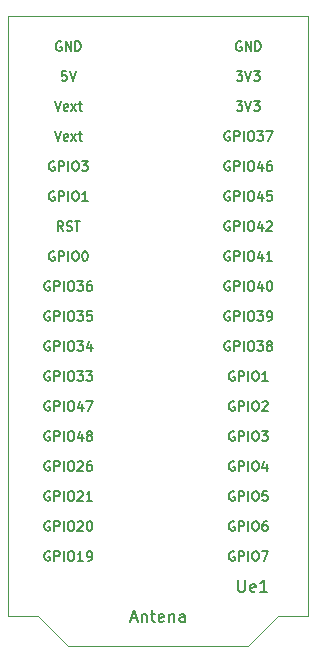
<source format=gbr>
%TF.GenerationSoftware,KiCad,Pcbnew,7.0.5*%
%TF.CreationDate,2023-06-16T14:54:11+02:00*%
%TF.ProjectId,carte_interface_connecteur_grove_pour_capteur,63617274-655f-4696-9e74-657266616365,rev?*%
%TF.SameCoordinates,Original*%
%TF.FileFunction,Legend,Top*%
%TF.FilePolarity,Positive*%
%FSLAX46Y46*%
G04 Gerber Fmt 4.6, Leading zero omitted, Abs format (unit mm)*
G04 Created by KiCad (PCBNEW 7.0.5) date 2023-06-16 14:54:11*
%MOMM*%
%LPD*%
G01*
G04 APERTURE LIST*
%ADD10C,0.150000*%
%ADD11C,0.120000*%
G04 APERTURE END LIST*
D10*
%TO.C,Ue1*%
X129445524Y-220122819D02*
X129445524Y-220932342D01*
X129445524Y-220932342D02*
X129493143Y-221027580D01*
X129493143Y-221027580D02*
X129540762Y-221075200D01*
X129540762Y-221075200D02*
X129636000Y-221122819D01*
X129636000Y-221122819D02*
X129826476Y-221122819D01*
X129826476Y-221122819D02*
X129921714Y-221075200D01*
X129921714Y-221075200D02*
X129969333Y-221027580D01*
X129969333Y-221027580D02*
X130016952Y-220932342D01*
X130016952Y-220932342D02*
X130016952Y-220122819D01*
X130874095Y-221075200D02*
X130778857Y-221122819D01*
X130778857Y-221122819D02*
X130588381Y-221122819D01*
X130588381Y-221122819D02*
X130493143Y-221075200D01*
X130493143Y-221075200D02*
X130445524Y-220979961D01*
X130445524Y-220979961D02*
X130445524Y-220599009D01*
X130445524Y-220599009D02*
X130493143Y-220503771D01*
X130493143Y-220503771D02*
X130588381Y-220456152D01*
X130588381Y-220456152D02*
X130778857Y-220456152D01*
X130778857Y-220456152D02*
X130874095Y-220503771D01*
X130874095Y-220503771D02*
X130921714Y-220599009D01*
X130921714Y-220599009D02*
X130921714Y-220694247D01*
X130921714Y-220694247D02*
X130445524Y-220789485D01*
X131874095Y-221122819D02*
X131302667Y-221122819D01*
X131588381Y-221122819D02*
X131588381Y-220122819D01*
X131588381Y-220122819D02*
X131493143Y-220265676D01*
X131493143Y-220265676D02*
X131397905Y-220360914D01*
X131397905Y-220360914D02*
X131302667Y-220408533D01*
X113495095Y-202488390D02*
X113418905Y-202450295D01*
X113418905Y-202450295D02*
X113304619Y-202450295D01*
X113304619Y-202450295D02*
X113190333Y-202488390D01*
X113190333Y-202488390D02*
X113114143Y-202564580D01*
X113114143Y-202564580D02*
X113076048Y-202640771D01*
X113076048Y-202640771D02*
X113037952Y-202793152D01*
X113037952Y-202793152D02*
X113037952Y-202907438D01*
X113037952Y-202907438D02*
X113076048Y-203059819D01*
X113076048Y-203059819D02*
X113114143Y-203136009D01*
X113114143Y-203136009D02*
X113190333Y-203212200D01*
X113190333Y-203212200D02*
X113304619Y-203250295D01*
X113304619Y-203250295D02*
X113380810Y-203250295D01*
X113380810Y-203250295D02*
X113495095Y-203212200D01*
X113495095Y-203212200D02*
X113533191Y-203174104D01*
X113533191Y-203174104D02*
X113533191Y-202907438D01*
X113533191Y-202907438D02*
X113380810Y-202907438D01*
X113876048Y-203250295D02*
X113876048Y-202450295D01*
X113876048Y-202450295D02*
X114180810Y-202450295D01*
X114180810Y-202450295D02*
X114257000Y-202488390D01*
X114257000Y-202488390D02*
X114295095Y-202526485D01*
X114295095Y-202526485D02*
X114333191Y-202602676D01*
X114333191Y-202602676D02*
X114333191Y-202716961D01*
X114333191Y-202716961D02*
X114295095Y-202793152D01*
X114295095Y-202793152D02*
X114257000Y-202831247D01*
X114257000Y-202831247D02*
X114180810Y-202869342D01*
X114180810Y-202869342D02*
X113876048Y-202869342D01*
X114676048Y-203250295D02*
X114676048Y-202450295D01*
X115209381Y-202450295D02*
X115361762Y-202450295D01*
X115361762Y-202450295D02*
X115437952Y-202488390D01*
X115437952Y-202488390D02*
X115514143Y-202564580D01*
X115514143Y-202564580D02*
X115552238Y-202716961D01*
X115552238Y-202716961D02*
X115552238Y-202983628D01*
X115552238Y-202983628D02*
X115514143Y-203136009D01*
X115514143Y-203136009D02*
X115437952Y-203212200D01*
X115437952Y-203212200D02*
X115361762Y-203250295D01*
X115361762Y-203250295D02*
X115209381Y-203250295D01*
X115209381Y-203250295D02*
X115133190Y-203212200D01*
X115133190Y-203212200D02*
X115057000Y-203136009D01*
X115057000Y-203136009D02*
X115018904Y-202983628D01*
X115018904Y-202983628D02*
X115018904Y-202716961D01*
X115018904Y-202716961D02*
X115057000Y-202564580D01*
X115057000Y-202564580D02*
X115133190Y-202488390D01*
X115133190Y-202488390D02*
X115209381Y-202450295D01*
X115818904Y-202450295D02*
X116314142Y-202450295D01*
X116314142Y-202450295D02*
X116047476Y-202755057D01*
X116047476Y-202755057D02*
X116161761Y-202755057D01*
X116161761Y-202755057D02*
X116237952Y-202793152D01*
X116237952Y-202793152D02*
X116276047Y-202831247D01*
X116276047Y-202831247D02*
X116314142Y-202907438D01*
X116314142Y-202907438D02*
X116314142Y-203097914D01*
X116314142Y-203097914D02*
X116276047Y-203174104D01*
X116276047Y-203174104D02*
X116237952Y-203212200D01*
X116237952Y-203212200D02*
X116161761Y-203250295D01*
X116161761Y-203250295D02*
X115933190Y-203250295D01*
X115933190Y-203250295D02*
X115856999Y-203212200D01*
X115856999Y-203212200D02*
X115818904Y-203174104D01*
X116580809Y-202450295D02*
X117076047Y-202450295D01*
X117076047Y-202450295D02*
X116809381Y-202755057D01*
X116809381Y-202755057D02*
X116923666Y-202755057D01*
X116923666Y-202755057D02*
X116999857Y-202793152D01*
X116999857Y-202793152D02*
X117037952Y-202831247D01*
X117037952Y-202831247D02*
X117076047Y-202907438D01*
X117076047Y-202907438D02*
X117076047Y-203097914D01*
X117076047Y-203097914D02*
X117037952Y-203174104D01*
X117037952Y-203174104D02*
X116999857Y-203212200D01*
X116999857Y-203212200D02*
X116923666Y-203250295D01*
X116923666Y-203250295D02*
X116695095Y-203250295D01*
X116695095Y-203250295D02*
X116618904Y-203212200D01*
X116618904Y-203212200D02*
X116580809Y-203174104D01*
X114904619Y-177050295D02*
X114523667Y-177050295D01*
X114523667Y-177050295D02*
X114485571Y-177431247D01*
X114485571Y-177431247D02*
X114523667Y-177393152D01*
X114523667Y-177393152D02*
X114599857Y-177355057D01*
X114599857Y-177355057D02*
X114790333Y-177355057D01*
X114790333Y-177355057D02*
X114866524Y-177393152D01*
X114866524Y-177393152D02*
X114904619Y-177431247D01*
X114904619Y-177431247D02*
X114942714Y-177507438D01*
X114942714Y-177507438D02*
X114942714Y-177697914D01*
X114942714Y-177697914D02*
X114904619Y-177774104D01*
X114904619Y-177774104D02*
X114866524Y-177812200D01*
X114866524Y-177812200D02*
X114790333Y-177850295D01*
X114790333Y-177850295D02*
X114599857Y-177850295D01*
X114599857Y-177850295D02*
X114523667Y-177812200D01*
X114523667Y-177812200D02*
X114485571Y-177774104D01*
X115171286Y-177050295D02*
X115437953Y-177850295D01*
X115437953Y-177850295D02*
X115704619Y-177050295D01*
X129116047Y-205028390D02*
X129039857Y-204990295D01*
X129039857Y-204990295D02*
X128925571Y-204990295D01*
X128925571Y-204990295D02*
X128811285Y-205028390D01*
X128811285Y-205028390D02*
X128735095Y-205104580D01*
X128735095Y-205104580D02*
X128697000Y-205180771D01*
X128697000Y-205180771D02*
X128658904Y-205333152D01*
X128658904Y-205333152D02*
X128658904Y-205447438D01*
X128658904Y-205447438D02*
X128697000Y-205599819D01*
X128697000Y-205599819D02*
X128735095Y-205676009D01*
X128735095Y-205676009D02*
X128811285Y-205752200D01*
X128811285Y-205752200D02*
X128925571Y-205790295D01*
X128925571Y-205790295D02*
X129001762Y-205790295D01*
X129001762Y-205790295D02*
X129116047Y-205752200D01*
X129116047Y-205752200D02*
X129154143Y-205714104D01*
X129154143Y-205714104D02*
X129154143Y-205447438D01*
X129154143Y-205447438D02*
X129001762Y-205447438D01*
X129497000Y-205790295D02*
X129497000Y-204990295D01*
X129497000Y-204990295D02*
X129801762Y-204990295D01*
X129801762Y-204990295D02*
X129877952Y-205028390D01*
X129877952Y-205028390D02*
X129916047Y-205066485D01*
X129916047Y-205066485D02*
X129954143Y-205142676D01*
X129954143Y-205142676D02*
X129954143Y-205256961D01*
X129954143Y-205256961D02*
X129916047Y-205333152D01*
X129916047Y-205333152D02*
X129877952Y-205371247D01*
X129877952Y-205371247D02*
X129801762Y-205409342D01*
X129801762Y-205409342D02*
X129497000Y-205409342D01*
X130297000Y-205790295D02*
X130297000Y-204990295D01*
X130830333Y-204990295D02*
X130982714Y-204990295D01*
X130982714Y-204990295D02*
X131058904Y-205028390D01*
X131058904Y-205028390D02*
X131135095Y-205104580D01*
X131135095Y-205104580D02*
X131173190Y-205256961D01*
X131173190Y-205256961D02*
X131173190Y-205523628D01*
X131173190Y-205523628D02*
X131135095Y-205676009D01*
X131135095Y-205676009D02*
X131058904Y-205752200D01*
X131058904Y-205752200D02*
X130982714Y-205790295D01*
X130982714Y-205790295D02*
X130830333Y-205790295D01*
X130830333Y-205790295D02*
X130754142Y-205752200D01*
X130754142Y-205752200D02*
X130677952Y-205676009D01*
X130677952Y-205676009D02*
X130639856Y-205523628D01*
X130639856Y-205523628D02*
X130639856Y-205256961D01*
X130639856Y-205256961D02*
X130677952Y-205104580D01*
X130677952Y-205104580D02*
X130754142Y-205028390D01*
X130754142Y-205028390D02*
X130830333Y-204990295D01*
X131477951Y-205066485D02*
X131516047Y-205028390D01*
X131516047Y-205028390D02*
X131592237Y-204990295D01*
X131592237Y-204990295D02*
X131782713Y-204990295D01*
X131782713Y-204990295D02*
X131858904Y-205028390D01*
X131858904Y-205028390D02*
X131896999Y-205066485D01*
X131896999Y-205066485D02*
X131935094Y-205142676D01*
X131935094Y-205142676D02*
X131935094Y-205218866D01*
X131935094Y-205218866D02*
X131896999Y-205333152D01*
X131896999Y-205333152D02*
X131439856Y-205790295D01*
X131439856Y-205790295D02*
X131935094Y-205790295D01*
X128735095Y-197408390D02*
X128658905Y-197370295D01*
X128658905Y-197370295D02*
X128544619Y-197370295D01*
X128544619Y-197370295D02*
X128430333Y-197408390D01*
X128430333Y-197408390D02*
X128354143Y-197484580D01*
X128354143Y-197484580D02*
X128316048Y-197560771D01*
X128316048Y-197560771D02*
X128277952Y-197713152D01*
X128277952Y-197713152D02*
X128277952Y-197827438D01*
X128277952Y-197827438D02*
X128316048Y-197979819D01*
X128316048Y-197979819D02*
X128354143Y-198056009D01*
X128354143Y-198056009D02*
X128430333Y-198132200D01*
X128430333Y-198132200D02*
X128544619Y-198170295D01*
X128544619Y-198170295D02*
X128620810Y-198170295D01*
X128620810Y-198170295D02*
X128735095Y-198132200D01*
X128735095Y-198132200D02*
X128773191Y-198094104D01*
X128773191Y-198094104D02*
X128773191Y-197827438D01*
X128773191Y-197827438D02*
X128620810Y-197827438D01*
X129116048Y-198170295D02*
X129116048Y-197370295D01*
X129116048Y-197370295D02*
X129420810Y-197370295D01*
X129420810Y-197370295D02*
X129497000Y-197408390D01*
X129497000Y-197408390D02*
X129535095Y-197446485D01*
X129535095Y-197446485D02*
X129573191Y-197522676D01*
X129573191Y-197522676D02*
X129573191Y-197636961D01*
X129573191Y-197636961D02*
X129535095Y-197713152D01*
X129535095Y-197713152D02*
X129497000Y-197751247D01*
X129497000Y-197751247D02*
X129420810Y-197789342D01*
X129420810Y-197789342D02*
X129116048Y-197789342D01*
X129916048Y-198170295D02*
X129916048Y-197370295D01*
X130449381Y-197370295D02*
X130601762Y-197370295D01*
X130601762Y-197370295D02*
X130677952Y-197408390D01*
X130677952Y-197408390D02*
X130754143Y-197484580D01*
X130754143Y-197484580D02*
X130792238Y-197636961D01*
X130792238Y-197636961D02*
X130792238Y-197903628D01*
X130792238Y-197903628D02*
X130754143Y-198056009D01*
X130754143Y-198056009D02*
X130677952Y-198132200D01*
X130677952Y-198132200D02*
X130601762Y-198170295D01*
X130601762Y-198170295D02*
X130449381Y-198170295D01*
X130449381Y-198170295D02*
X130373190Y-198132200D01*
X130373190Y-198132200D02*
X130297000Y-198056009D01*
X130297000Y-198056009D02*
X130258904Y-197903628D01*
X130258904Y-197903628D02*
X130258904Y-197636961D01*
X130258904Y-197636961D02*
X130297000Y-197484580D01*
X130297000Y-197484580D02*
X130373190Y-197408390D01*
X130373190Y-197408390D02*
X130449381Y-197370295D01*
X131058904Y-197370295D02*
X131554142Y-197370295D01*
X131554142Y-197370295D02*
X131287476Y-197675057D01*
X131287476Y-197675057D02*
X131401761Y-197675057D01*
X131401761Y-197675057D02*
X131477952Y-197713152D01*
X131477952Y-197713152D02*
X131516047Y-197751247D01*
X131516047Y-197751247D02*
X131554142Y-197827438D01*
X131554142Y-197827438D02*
X131554142Y-198017914D01*
X131554142Y-198017914D02*
X131516047Y-198094104D01*
X131516047Y-198094104D02*
X131477952Y-198132200D01*
X131477952Y-198132200D02*
X131401761Y-198170295D01*
X131401761Y-198170295D02*
X131173190Y-198170295D01*
X131173190Y-198170295D02*
X131096999Y-198132200D01*
X131096999Y-198132200D02*
X131058904Y-198094104D01*
X131935095Y-198170295D02*
X132087476Y-198170295D01*
X132087476Y-198170295D02*
X132163666Y-198132200D01*
X132163666Y-198132200D02*
X132201762Y-198094104D01*
X132201762Y-198094104D02*
X132277952Y-197979819D01*
X132277952Y-197979819D02*
X132316047Y-197827438D01*
X132316047Y-197827438D02*
X132316047Y-197522676D01*
X132316047Y-197522676D02*
X132277952Y-197446485D01*
X132277952Y-197446485D02*
X132239857Y-197408390D01*
X132239857Y-197408390D02*
X132163666Y-197370295D01*
X132163666Y-197370295D02*
X132011285Y-197370295D01*
X132011285Y-197370295D02*
X131935095Y-197408390D01*
X131935095Y-197408390D02*
X131897000Y-197446485D01*
X131897000Y-197446485D02*
X131858904Y-197522676D01*
X131858904Y-197522676D02*
X131858904Y-197713152D01*
X131858904Y-197713152D02*
X131897000Y-197789342D01*
X131897000Y-197789342D02*
X131935095Y-197827438D01*
X131935095Y-197827438D02*
X132011285Y-197865533D01*
X132011285Y-197865533D02*
X132163666Y-197865533D01*
X132163666Y-197865533D02*
X132239857Y-197827438D01*
X132239857Y-197827438D02*
X132277952Y-197789342D01*
X132277952Y-197789342D02*
X132316047Y-197713152D01*
X128735095Y-192328390D02*
X128658905Y-192290295D01*
X128658905Y-192290295D02*
X128544619Y-192290295D01*
X128544619Y-192290295D02*
X128430333Y-192328390D01*
X128430333Y-192328390D02*
X128354143Y-192404580D01*
X128354143Y-192404580D02*
X128316048Y-192480771D01*
X128316048Y-192480771D02*
X128277952Y-192633152D01*
X128277952Y-192633152D02*
X128277952Y-192747438D01*
X128277952Y-192747438D02*
X128316048Y-192899819D01*
X128316048Y-192899819D02*
X128354143Y-192976009D01*
X128354143Y-192976009D02*
X128430333Y-193052200D01*
X128430333Y-193052200D02*
X128544619Y-193090295D01*
X128544619Y-193090295D02*
X128620810Y-193090295D01*
X128620810Y-193090295D02*
X128735095Y-193052200D01*
X128735095Y-193052200D02*
X128773191Y-193014104D01*
X128773191Y-193014104D02*
X128773191Y-192747438D01*
X128773191Y-192747438D02*
X128620810Y-192747438D01*
X129116048Y-193090295D02*
X129116048Y-192290295D01*
X129116048Y-192290295D02*
X129420810Y-192290295D01*
X129420810Y-192290295D02*
X129497000Y-192328390D01*
X129497000Y-192328390D02*
X129535095Y-192366485D01*
X129535095Y-192366485D02*
X129573191Y-192442676D01*
X129573191Y-192442676D02*
X129573191Y-192556961D01*
X129573191Y-192556961D02*
X129535095Y-192633152D01*
X129535095Y-192633152D02*
X129497000Y-192671247D01*
X129497000Y-192671247D02*
X129420810Y-192709342D01*
X129420810Y-192709342D02*
X129116048Y-192709342D01*
X129916048Y-193090295D02*
X129916048Y-192290295D01*
X130449381Y-192290295D02*
X130601762Y-192290295D01*
X130601762Y-192290295D02*
X130677952Y-192328390D01*
X130677952Y-192328390D02*
X130754143Y-192404580D01*
X130754143Y-192404580D02*
X130792238Y-192556961D01*
X130792238Y-192556961D02*
X130792238Y-192823628D01*
X130792238Y-192823628D02*
X130754143Y-192976009D01*
X130754143Y-192976009D02*
X130677952Y-193052200D01*
X130677952Y-193052200D02*
X130601762Y-193090295D01*
X130601762Y-193090295D02*
X130449381Y-193090295D01*
X130449381Y-193090295D02*
X130373190Y-193052200D01*
X130373190Y-193052200D02*
X130297000Y-192976009D01*
X130297000Y-192976009D02*
X130258904Y-192823628D01*
X130258904Y-192823628D02*
X130258904Y-192556961D01*
X130258904Y-192556961D02*
X130297000Y-192404580D01*
X130297000Y-192404580D02*
X130373190Y-192328390D01*
X130373190Y-192328390D02*
X130449381Y-192290295D01*
X131477952Y-192556961D02*
X131477952Y-193090295D01*
X131287476Y-192252200D02*
X131096999Y-192823628D01*
X131096999Y-192823628D02*
X131592238Y-192823628D01*
X132316047Y-193090295D02*
X131858904Y-193090295D01*
X132087476Y-193090295D02*
X132087476Y-192290295D01*
X132087476Y-192290295D02*
X132011285Y-192404580D01*
X132011285Y-192404580D02*
X131935095Y-192480771D01*
X131935095Y-192480771D02*
X131858904Y-192518866D01*
X113495095Y-212648390D02*
X113418905Y-212610295D01*
X113418905Y-212610295D02*
X113304619Y-212610295D01*
X113304619Y-212610295D02*
X113190333Y-212648390D01*
X113190333Y-212648390D02*
X113114143Y-212724580D01*
X113114143Y-212724580D02*
X113076048Y-212800771D01*
X113076048Y-212800771D02*
X113037952Y-212953152D01*
X113037952Y-212953152D02*
X113037952Y-213067438D01*
X113037952Y-213067438D02*
X113076048Y-213219819D01*
X113076048Y-213219819D02*
X113114143Y-213296009D01*
X113114143Y-213296009D02*
X113190333Y-213372200D01*
X113190333Y-213372200D02*
X113304619Y-213410295D01*
X113304619Y-213410295D02*
X113380810Y-213410295D01*
X113380810Y-213410295D02*
X113495095Y-213372200D01*
X113495095Y-213372200D02*
X113533191Y-213334104D01*
X113533191Y-213334104D02*
X113533191Y-213067438D01*
X113533191Y-213067438D02*
X113380810Y-213067438D01*
X113876048Y-213410295D02*
X113876048Y-212610295D01*
X113876048Y-212610295D02*
X114180810Y-212610295D01*
X114180810Y-212610295D02*
X114257000Y-212648390D01*
X114257000Y-212648390D02*
X114295095Y-212686485D01*
X114295095Y-212686485D02*
X114333191Y-212762676D01*
X114333191Y-212762676D02*
X114333191Y-212876961D01*
X114333191Y-212876961D02*
X114295095Y-212953152D01*
X114295095Y-212953152D02*
X114257000Y-212991247D01*
X114257000Y-212991247D02*
X114180810Y-213029342D01*
X114180810Y-213029342D02*
X113876048Y-213029342D01*
X114676048Y-213410295D02*
X114676048Y-212610295D01*
X115209381Y-212610295D02*
X115361762Y-212610295D01*
X115361762Y-212610295D02*
X115437952Y-212648390D01*
X115437952Y-212648390D02*
X115514143Y-212724580D01*
X115514143Y-212724580D02*
X115552238Y-212876961D01*
X115552238Y-212876961D02*
X115552238Y-213143628D01*
X115552238Y-213143628D02*
X115514143Y-213296009D01*
X115514143Y-213296009D02*
X115437952Y-213372200D01*
X115437952Y-213372200D02*
X115361762Y-213410295D01*
X115361762Y-213410295D02*
X115209381Y-213410295D01*
X115209381Y-213410295D02*
X115133190Y-213372200D01*
X115133190Y-213372200D02*
X115057000Y-213296009D01*
X115057000Y-213296009D02*
X115018904Y-213143628D01*
X115018904Y-213143628D02*
X115018904Y-212876961D01*
X115018904Y-212876961D02*
X115057000Y-212724580D01*
X115057000Y-212724580D02*
X115133190Y-212648390D01*
X115133190Y-212648390D02*
X115209381Y-212610295D01*
X115856999Y-212686485D02*
X115895095Y-212648390D01*
X115895095Y-212648390D02*
X115971285Y-212610295D01*
X115971285Y-212610295D02*
X116161761Y-212610295D01*
X116161761Y-212610295D02*
X116237952Y-212648390D01*
X116237952Y-212648390D02*
X116276047Y-212686485D01*
X116276047Y-212686485D02*
X116314142Y-212762676D01*
X116314142Y-212762676D02*
X116314142Y-212838866D01*
X116314142Y-212838866D02*
X116276047Y-212953152D01*
X116276047Y-212953152D02*
X115818904Y-213410295D01*
X115818904Y-213410295D02*
X116314142Y-213410295D01*
X117076047Y-213410295D02*
X116618904Y-213410295D01*
X116847476Y-213410295D02*
X116847476Y-212610295D01*
X116847476Y-212610295D02*
X116771285Y-212724580D01*
X116771285Y-212724580D02*
X116695095Y-212800771D01*
X116695095Y-212800771D02*
X116618904Y-212838866D01*
X129116047Y-210108390D02*
X129039857Y-210070295D01*
X129039857Y-210070295D02*
X128925571Y-210070295D01*
X128925571Y-210070295D02*
X128811285Y-210108390D01*
X128811285Y-210108390D02*
X128735095Y-210184580D01*
X128735095Y-210184580D02*
X128697000Y-210260771D01*
X128697000Y-210260771D02*
X128658904Y-210413152D01*
X128658904Y-210413152D02*
X128658904Y-210527438D01*
X128658904Y-210527438D02*
X128697000Y-210679819D01*
X128697000Y-210679819D02*
X128735095Y-210756009D01*
X128735095Y-210756009D02*
X128811285Y-210832200D01*
X128811285Y-210832200D02*
X128925571Y-210870295D01*
X128925571Y-210870295D02*
X129001762Y-210870295D01*
X129001762Y-210870295D02*
X129116047Y-210832200D01*
X129116047Y-210832200D02*
X129154143Y-210794104D01*
X129154143Y-210794104D02*
X129154143Y-210527438D01*
X129154143Y-210527438D02*
X129001762Y-210527438D01*
X129497000Y-210870295D02*
X129497000Y-210070295D01*
X129497000Y-210070295D02*
X129801762Y-210070295D01*
X129801762Y-210070295D02*
X129877952Y-210108390D01*
X129877952Y-210108390D02*
X129916047Y-210146485D01*
X129916047Y-210146485D02*
X129954143Y-210222676D01*
X129954143Y-210222676D02*
X129954143Y-210336961D01*
X129954143Y-210336961D02*
X129916047Y-210413152D01*
X129916047Y-210413152D02*
X129877952Y-210451247D01*
X129877952Y-210451247D02*
X129801762Y-210489342D01*
X129801762Y-210489342D02*
X129497000Y-210489342D01*
X130297000Y-210870295D02*
X130297000Y-210070295D01*
X130830333Y-210070295D02*
X130982714Y-210070295D01*
X130982714Y-210070295D02*
X131058904Y-210108390D01*
X131058904Y-210108390D02*
X131135095Y-210184580D01*
X131135095Y-210184580D02*
X131173190Y-210336961D01*
X131173190Y-210336961D02*
X131173190Y-210603628D01*
X131173190Y-210603628D02*
X131135095Y-210756009D01*
X131135095Y-210756009D02*
X131058904Y-210832200D01*
X131058904Y-210832200D02*
X130982714Y-210870295D01*
X130982714Y-210870295D02*
X130830333Y-210870295D01*
X130830333Y-210870295D02*
X130754142Y-210832200D01*
X130754142Y-210832200D02*
X130677952Y-210756009D01*
X130677952Y-210756009D02*
X130639856Y-210603628D01*
X130639856Y-210603628D02*
X130639856Y-210336961D01*
X130639856Y-210336961D02*
X130677952Y-210184580D01*
X130677952Y-210184580D02*
X130754142Y-210108390D01*
X130754142Y-210108390D02*
X130830333Y-210070295D01*
X131858904Y-210336961D02*
X131858904Y-210870295D01*
X131668428Y-210032200D02*
X131477951Y-210603628D01*
X131477951Y-210603628D02*
X131973190Y-210603628D01*
X128735095Y-184708390D02*
X128658905Y-184670295D01*
X128658905Y-184670295D02*
X128544619Y-184670295D01*
X128544619Y-184670295D02*
X128430333Y-184708390D01*
X128430333Y-184708390D02*
X128354143Y-184784580D01*
X128354143Y-184784580D02*
X128316048Y-184860771D01*
X128316048Y-184860771D02*
X128277952Y-185013152D01*
X128277952Y-185013152D02*
X128277952Y-185127438D01*
X128277952Y-185127438D02*
X128316048Y-185279819D01*
X128316048Y-185279819D02*
X128354143Y-185356009D01*
X128354143Y-185356009D02*
X128430333Y-185432200D01*
X128430333Y-185432200D02*
X128544619Y-185470295D01*
X128544619Y-185470295D02*
X128620810Y-185470295D01*
X128620810Y-185470295D02*
X128735095Y-185432200D01*
X128735095Y-185432200D02*
X128773191Y-185394104D01*
X128773191Y-185394104D02*
X128773191Y-185127438D01*
X128773191Y-185127438D02*
X128620810Y-185127438D01*
X129116048Y-185470295D02*
X129116048Y-184670295D01*
X129116048Y-184670295D02*
X129420810Y-184670295D01*
X129420810Y-184670295D02*
X129497000Y-184708390D01*
X129497000Y-184708390D02*
X129535095Y-184746485D01*
X129535095Y-184746485D02*
X129573191Y-184822676D01*
X129573191Y-184822676D02*
X129573191Y-184936961D01*
X129573191Y-184936961D02*
X129535095Y-185013152D01*
X129535095Y-185013152D02*
X129497000Y-185051247D01*
X129497000Y-185051247D02*
X129420810Y-185089342D01*
X129420810Y-185089342D02*
X129116048Y-185089342D01*
X129916048Y-185470295D02*
X129916048Y-184670295D01*
X130449381Y-184670295D02*
X130601762Y-184670295D01*
X130601762Y-184670295D02*
X130677952Y-184708390D01*
X130677952Y-184708390D02*
X130754143Y-184784580D01*
X130754143Y-184784580D02*
X130792238Y-184936961D01*
X130792238Y-184936961D02*
X130792238Y-185203628D01*
X130792238Y-185203628D02*
X130754143Y-185356009D01*
X130754143Y-185356009D02*
X130677952Y-185432200D01*
X130677952Y-185432200D02*
X130601762Y-185470295D01*
X130601762Y-185470295D02*
X130449381Y-185470295D01*
X130449381Y-185470295D02*
X130373190Y-185432200D01*
X130373190Y-185432200D02*
X130297000Y-185356009D01*
X130297000Y-185356009D02*
X130258904Y-185203628D01*
X130258904Y-185203628D02*
X130258904Y-184936961D01*
X130258904Y-184936961D02*
X130297000Y-184784580D01*
X130297000Y-184784580D02*
X130373190Y-184708390D01*
X130373190Y-184708390D02*
X130449381Y-184670295D01*
X131477952Y-184936961D02*
X131477952Y-185470295D01*
X131287476Y-184632200D02*
X131096999Y-185203628D01*
X131096999Y-185203628D02*
X131592238Y-185203628D01*
X132239857Y-184670295D02*
X132087476Y-184670295D01*
X132087476Y-184670295D02*
X132011285Y-184708390D01*
X132011285Y-184708390D02*
X131973190Y-184746485D01*
X131973190Y-184746485D02*
X131897000Y-184860771D01*
X131897000Y-184860771D02*
X131858904Y-185013152D01*
X131858904Y-185013152D02*
X131858904Y-185317914D01*
X131858904Y-185317914D02*
X131897000Y-185394104D01*
X131897000Y-185394104D02*
X131935095Y-185432200D01*
X131935095Y-185432200D02*
X132011285Y-185470295D01*
X132011285Y-185470295D02*
X132163666Y-185470295D01*
X132163666Y-185470295D02*
X132239857Y-185432200D01*
X132239857Y-185432200D02*
X132277952Y-185394104D01*
X132277952Y-185394104D02*
X132316047Y-185317914D01*
X132316047Y-185317914D02*
X132316047Y-185127438D01*
X132316047Y-185127438D02*
X132277952Y-185051247D01*
X132277952Y-185051247D02*
X132239857Y-185013152D01*
X132239857Y-185013152D02*
X132163666Y-184975057D01*
X132163666Y-184975057D02*
X132011285Y-184975057D01*
X132011285Y-184975057D02*
X131935095Y-185013152D01*
X131935095Y-185013152D02*
X131897000Y-185051247D01*
X131897000Y-185051247D02*
X131858904Y-185127438D01*
X113895095Y-179590295D02*
X114161762Y-180390295D01*
X114161762Y-180390295D02*
X114428428Y-179590295D01*
X114999857Y-180352200D02*
X114923666Y-180390295D01*
X114923666Y-180390295D02*
X114771285Y-180390295D01*
X114771285Y-180390295D02*
X114695095Y-180352200D01*
X114695095Y-180352200D02*
X114656999Y-180276009D01*
X114656999Y-180276009D02*
X114656999Y-179971247D01*
X114656999Y-179971247D02*
X114695095Y-179895057D01*
X114695095Y-179895057D02*
X114771285Y-179856961D01*
X114771285Y-179856961D02*
X114923666Y-179856961D01*
X114923666Y-179856961D02*
X114999857Y-179895057D01*
X114999857Y-179895057D02*
X115037952Y-179971247D01*
X115037952Y-179971247D02*
X115037952Y-180047438D01*
X115037952Y-180047438D02*
X114656999Y-180123628D01*
X115304618Y-180390295D02*
X115723666Y-179856961D01*
X115304618Y-179856961D02*
X115723666Y-180390295D01*
X115914142Y-179856961D02*
X116218904Y-179856961D01*
X116028428Y-179590295D02*
X116028428Y-180276009D01*
X116028428Y-180276009D02*
X116066523Y-180352200D01*
X116066523Y-180352200D02*
X116142713Y-180390295D01*
X116142713Y-180390295D02*
X116218904Y-180390295D01*
X113495095Y-217728390D02*
X113418905Y-217690295D01*
X113418905Y-217690295D02*
X113304619Y-217690295D01*
X113304619Y-217690295D02*
X113190333Y-217728390D01*
X113190333Y-217728390D02*
X113114143Y-217804580D01*
X113114143Y-217804580D02*
X113076048Y-217880771D01*
X113076048Y-217880771D02*
X113037952Y-218033152D01*
X113037952Y-218033152D02*
X113037952Y-218147438D01*
X113037952Y-218147438D02*
X113076048Y-218299819D01*
X113076048Y-218299819D02*
X113114143Y-218376009D01*
X113114143Y-218376009D02*
X113190333Y-218452200D01*
X113190333Y-218452200D02*
X113304619Y-218490295D01*
X113304619Y-218490295D02*
X113380810Y-218490295D01*
X113380810Y-218490295D02*
X113495095Y-218452200D01*
X113495095Y-218452200D02*
X113533191Y-218414104D01*
X113533191Y-218414104D02*
X113533191Y-218147438D01*
X113533191Y-218147438D02*
X113380810Y-218147438D01*
X113876048Y-218490295D02*
X113876048Y-217690295D01*
X113876048Y-217690295D02*
X114180810Y-217690295D01*
X114180810Y-217690295D02*
X114257000Y-217728390D01*
X114257000Y-217728390D02*
X114295095Y-217766485D01*
X114295095Y-217766485D02*
X114333191Y-217842676D01*
X114333191Y-217842676D02*
X114333191Y-217956961D01*
X114333191Y-217956961D02*
X114295095Y-218033152D01*
X114295095Y-218033152D02*
X114257000Y-218071247D01*
X114257000Y-218071247D02*
X114180810Y-218109342D01*
X114180810Y-218109342D02*
X113876048Y-218109342D01*
X114676048Y-218490295D02*
X114676048Y-217690295D01*
X115209381Y-217690295D02*
X115361762Y-217690295D01*
X115361762Y-217690295D02*
X115437952Y-217728390D01*
X115437952Y-217728390D02*
X115514143Y-217804580D01*
X115514143Y-217804580D02*
X115552238Y-217956961D01*
X115552238Y-217956961D02*
X115552238Y-218223628D01*
X115552238Y-218223628D02*
X115514143Y-218376009D01*
X115514143Y-218376009D02*
X115437952Y-218452200D01*
X115437952Y-218452200D02*
X115361762Y-218490295D01*
X115361762Y-218490295D02*
X115209381Y-218490295D01*
X115209381Y-218490295D02*
X115133190Y-218452200D01*
X115133190Y-218452200D02*
X115057000Y-218376009D01*
X115057000Y-218376009D02*
X115018904Y-218223628D01*
X115018904Y-218223628D02*
X115018904Y-217956961D01*
X115018904Y-217956961D02*
X115057000Y-217804580D01*
X115057000Y-217804580D02*
X115133190Y-217728390D01*
X115133190Y-217728390D02*
X115209381Y-217690295D01*
X116314142Y-218490295D02*
X115856999Y-218490295D01*
X116085571Y-218490295D02*
X116085571Y-217690295D01*
X116085571Y-217690295D02*
X116009380Y-217804580D01*
X116009380Y-217804580D02*
X115933190Y-217880771D01*
X115933190Y-217880771D02*
X115856999Y-217918866D01*
X116695095Y-218490295D02*
X116847476Y-218490295D01*
X116847476Y-218490295D02*
X116923666Y-218452200D01*
X116923666Y-218452200D02*
X116961762Y-218414104D01*
X116961762Y-218414104D02*
X117037952Y-218299819D01*
X117037952Y-218299819D02*
X117076047Y-218147438D01*
X117076047Y-218147438D02*
X117076047Y-217842676D01*
X117076047Y-217842676D02*
X117037952Y-217766485D01*
X117037952Y-217766485D02*
X116999857Y-217728390D01*
X116999857Y-217728390D02*
X116923666Y-217690295D01*
X116923666Y-217690295D02*
X116771285Y-217690295D01*
X116771285Y-217690295D02*
X116695095Y-217728390D01*
X116695095Y-217728390D02*
X116657000Y-217766485D01*
X116657000Y-217766485D02*
X116618904Y-217842676D01*
X116618904Y-217842676D02*
X116618904Y-218033152D01*
X116618904Y-218033152D02*
X116657000Y-218109342D01*
X116657000Y-218109342D02*
X116695095Y-218147438D01*
X116695095Y-218147438D02*
X116771285Y-218185533D01*
X116771285Y-218185533D02*
X116923666Y-218185533D01*
X116923666Y-218185533D02*
X116999857Y-218147438D01*
X116999857Y-218147438D02*
X117037952Y-218109342D01*
X117037952Y-218109342D02*
X117076047Y-218033152D01*
X113495095Y-207568390D02*
X113418905Y-207530295D01*
X113418905Y-207530295D02*
X113304619Y-207530295D01*
X113304619Y-207530295D02*
X113190333Y-207568390D01*
X113190333Y-207568390D02*
X113114143Y-207644580D01*
X113114143Y-207644580D02*
X113076048Y-207720771D01*
X113076048Y-207720771D02*
X113037952Y-207873152D01*
X113037952Y-207873152D02*
X113037952Y-207987438D01*
X113037952Y-207987438D02*
X113076048Y-208139819D01*
X113076048Y-208139819D02*
X113114143Y-208216009D01*
X113114143Y-208216009D02*
X113190333Y-208292200D01*
X113190333Y-208292200D02*
X113304619Y-208330295D01*
X113304619Y-208330295D02*
X113380810Y-208330295D01*
X113380810Y-208330295D02*
X113495095Y-208292200D01*
X113495095Y-208292200D02*
X113533191Y-208254104D01*
X113533191Y-208254104D02*
X113533191Y-207987438D01*
X113533191Y-207987438D02*
X113380810Y-207987438D01*
X113876048Y-208330295D02*
X113876048Y-207530295D01*
X113876048Y-207530295D02*
X114180810Y-207530295D01*
X114180810Y-207530295D02*
X114257000Y-207568390D01*
X114257000Y-207568390D02*
X114295095Y-207606485D01*
X114295095Y-207606485D02*
X114333191Y-207682676D01*
X114333191Y-207682676D02*
X114333191Y-207796961D01*
X114333191Y-207796961D02*
X114295095Y-207873152D01*
X114295095Y-207873152D02*
X114257000Y-207911247D01*
X114257000Y-207911247D02*
X114180810Y-207949342D01*
X114180810Y-207949342D02*
X113876048Y-207949342D01*
X114676048Y-208330295D02*
X114676048Y-207530295D01*
X115209381Y-207530295D02*
X115361762Y-207530295D01*
X115361762Y-207530295D02*
X115437952Y-207568390D01*
X115437952Y-207568390D02*
X115514143Y-207644580D01*
X115514143Y-207644580D02*
X115552238Y-207796961D01*
X115552238Y-207796961D02*
X115552238Y-208063628D01*
X115552238Y-208063628D02*
X115514143Y-208216009D01*
X115514143Y-208216009D02*
X115437952Y-208292200D01*
X115437952Y-208292200D02*
X115361762Y-208330295D01*
X115361762Y-208330295D02*
X115209381Y-208330295D01*
X115209381Y-208330295D02*
X115133190Y-208292200D01*
X115133190Y-208292200D02*
X115057000Y-208216009D01*
X115057000Y-208216009D02*
X115018904Y-208063628D01*
X115018904Y-208063628D02*
X115018904Y-207796961D01*
X115018904Y-207796961D02*
X115057000Y-207644580D01*
X115057000Y-207644580D02*
X115133190Y-207568390D01*
X115133190Y-207568390D02*
X115209381Y-207530295D01*
X116237952Y-207796961D02*
X116237952Y-208330295D01*
X116047476Y-207492200D02*
X115856999Y-208063628D01*
X115856999Y-208063628D02*
X116352238Y-208063628D01*
X116771285Y-207873152D02*
X116695095Y-207835057D01*
X116695095Y-207835057D02*
X116657000Y-207796961D01*
X116657000Y-207796961D02*
X116618904Y-207720771D01*
X116618904Y-207720771D02*
X116618904Y-207682676D01*
X116618904Y-207682676D02*
X116657000Y-207606485D01*
X116657000Y-207606485D02*
X116695095Y-207568390D01*
X116695095Y-207568390D02*
X116771285Y-207530295D01*
X116771285Y-207530295D02*
X116923666Y-207530295D01*
X116923666Y-207530295D02*
X116999857Y-207568390D01*
X116999857Y-207568390D02*
X117037952Y-207606485D01*
X117037952Y-207606485D02*
X117076047Y-207682676D01*
X117076047Y-207682676D02*
X117076047Y-207720771D01*
X117076047Y-207720771D02*
X117037952Y-207796961D01*
X117037952Y-207796961D02*
X116999857Y-207835057D01*
X116999857Y-207835057D02*
X116923666Y-207873152D01*
X116923666Y-207873152D02*
X116771285Y-207873152D01*
X116771285Y-207873152D02*
X116695095Y-207911247D01*
X116695095Y-207911247D02*
X116657000Y-207949342D01*
X116657000Y-207949342D02*
X116618904Y-208025533D01*
X116618904Y-208025533D02*
X116618904Y-208177914D01*
X116618904Y-208177914D02*
X116657000Y-208254104D01*
X116657000Y-208254104D02*
X116695095Y-208292200D01*
X116695095Y-208292200D02*
X116771285Y-208330295D01*
X116771285Y-208330295D02*
X116923666Y-208330295D01*
X116923666Y-208330295D02*
X116999857Y-208292200D01*
X116999857Y-208292200D02*
X117037952Y-208254104D01*
X117037952Y-208254104D02*
X117076047Y-208177914D01*
X117076047Y-208177914D02*
X117076047Y-208025533D01*
X117076047Y-208025533D02*
X117037952Y-207949342D01*
X117037952Y-207949342D02*
X116999857Y-207911247D01*
X116999857Y-207911247D02*
X116923666Y-207873152D01*
X113495095Y-205028390D02*
X113418905Y-204990295D01*
X113418905Y-204990295D02*
X113304619Y-204990295D01*
X113304619Y-204990295D02*
X113190333Y-205028390D01*
X113190333Y-205028390D02*
X113114143Y-205104580D01*
X113114143Y-205104580D02*
X113076048Y-205180771D01*
X113076048Y-205180771D02*
X113037952Y-205333152D01*
X113037952Y-205333152D02*
X113037952Y-205447438D01*
X113037952Y-205447438D02*
X113076048Y-205599819D01*
X113076048Y-205599819D02*
X113114143Y-205676009D01*
X113114143Y-205676009D02*
X113190333Y-205752200D01*
X113190333Y-205752200D02*
X113304619Y-205790295D01*
X113304619Y-205790295D02*
X113380810Y-205790295D01*
X113380810Y-205790295D02*
X113495095Y-205752200D01*
X113495095Y-205752200D02*
X113533191Y-205714104D01*
X113533191Y-205714104D02*
X113533191Y-205447438D01*
X113533191Y-205447438D02*
X113380810Y-205447438D01*
X113876048Y-205790295D02*
X113876048Y-204990295D01*
X113876048Y-204990295D02*
X114180810Y-204990295D01*
X114180810Y-204990295D02*
X114257000Y-205028390D01*
X114257000Y-205028390D02*
X114295095Y-205066485D01*
X114295095Y-205066485D02*
X114333191Y-205142676D01*
X114333191Y-205142676D02*
X114333191Y-205256961D01*
X114333191Y-205256961D02*
X114295095Y-205333152D01*
X114295095Y-205333152D02*
X114257000Y-205371247D01*
X114257000Y-205371247D02*
X114180810Y-205409342D01*
X114180810Y-205409342D02*
X113876048Y-205409342D01*
X114676048Y-205790295D02*
X114676048Y-204990295D01*
X115209381Y-204990295D02*
X115361762Y-204990295D01*
X115361762Y-204990295D02*
X115437952Y-205028390D01*
X115437952Y-205028390D02*
X115514143Y-205104580D01*
X115514143Y-205104580D02*
X115552238Y-205256961D01*
X115552238Y-205256961D02*
X115552238Y-205523628D01*
X115552238Y-205523628D02*
X115514143Y-205676009D01*
X115514143Y-205676009D02*
X115437952Y-205752200D01*
X115437952Y-205752200D02*
X115361762Y-205790295D01*
X115361762Y-205790295D02*
X115209381Y-205790295D01*
X115209381Y-205790295D02*
X115133190Y-205752200D01*
X115133190Y-205752200D02*
X115057000Y-205676009D01*
X115057000Y-205676009D02*
X115018904Y-205523628D01*
X115018904Y-205523628D02*
X115018904Y-205256961D01*
X115018904Y-205256961D02*
X115057000Y-205104580D01*
X115057000Y-205104580D02*
X115133190Y-205028390D01*
X115133190Y-205028390D02*
X115209381Y-204990295D01*
X116237952Y-205256961D02*
X116237952Y-205790295D01*
X116047476Y-204952200D02*
X115856999Y-205523628D01*
X115856999Y-205523628D02*
X116352238Y-205523628D01*
X116580809Y-204990295D02*
X117114143Y-204990295D01*
X117114143Y-204990295D02*
X116771285Y-205790295D01*
X113495095Y-215188390D02*
X113418905Y-215150295D01*
X113418905Y-215150295D02*
X113304619Y-215150295D01*
X113304619Y-215150295D02*
X113190333Y-215188390D01*
X113190333Y-215188390D02*
X113114143Y-215264580D01*
X113114143Y-215264580D02*
X113076048Y-215340771D01*
X113076048Y-215340771D02*
X113037952Y-215493152D01*
X113037952Y-215493152D02*
X113037952Y-215607438D01*
X113037952Y-215607438D02*
X113076048Y-215759819D01*
X113076048Y-215759819D02*
X113114143Y-215836009D01*
X113114143Y-215836009D02*
X113190333Y-215912200D01*
X113190333Y-215912200D02*
X113304619Y-215950295D01*
X113304619Y-215950295D02*
X113380810Y-215950295D01*
X113380810Y-215950295D02*
X113495095Y-215912200D01*
X113495095Y-215912200D02*
X113533191Y-215874104D01*
X113533191Y-215874104D02*
X113533191Y-215607438D01*
X113533191Y-215607438D02*
X113380810Y-215607438D01*
X113876048Y-215950295D02*
X113876048Y-215150295D01*
X113876048Y-215150295D02*
X114180810Y-215150295D01*
X114180810Y-215150295D02*
X114257000Y-215188390D01*
X114257000Y-215188390D02*
X114295095Y-215226485D01*
X114295095Y-215226485D02*
X114333191Y-215302676D01*
X114333191Y-215302676D02*
X114333191Y-215416961D01*
X114333191Y-215416961D02*
X114295095Y-215493152D01*
X114295095Y-215493152D02*
X114257000Y-215531247D01*
X114257000Y-215531247D02*
X114180810Y-215569342D01*
X114180810Y-215569342D02*
X113876048Y-215569342D01*
X114676048Y-215950295D02*
X114676048Y-215150295D01*
X115209381Y-215150295D02*
X115361762Y-215150295D01*
X115361762Y-215150295D02*
X115437952Y-215188390D01*
X115437952Y-215188390D02*
X115514143Y-215264580D01*
X115514143Y-215264580D02*
X115552238Y-215416961D01*
X115552238Y-215416961D02*
X115552238Y-215683628D01*
X115552238Y-215683628D02*
X115514143Y-215836009D01*
X115514143Y-215836009D02*
X115437952Y-215912200D01*
X115437952Y-215912200D02*
X115361762Y-215950295D01*
X115361762Y-215950295D02*
X115209381Y-215950295D01*
X115209381Y-215950295D02*
X115133190Y-215912200D01*
X115133190Y-215912200D02*
X115057000Y-215836009D01*
X115057000Y-215836009D02*
X115018904Y-215683628D01*
X115018904Y-215683628D02*
X115018904Y-215416961D01*
X115018904Y-215416961D02*
X115057000Y-215264580D01*
X115057000Y-215264580D02*
X115133190Y-215188390D01*
X115133190Y-215188390D02*
X115209381Y-215150295D01*
X115856999Y-215226485D02*
X115895095Y-215188390D01*
X115895095Y-215188390D02*
X115971285Y-215150295D01*
X115971285Y-215150295D02*
X116161761Y-215150295D01*
X116161761Y-215150295D02*
X116237952Y-215188390D01*
X116237952Y-215188390D02*
X116276047Y-215226485D01*
X116276047Y-215226485D02*
X116314142Y-215302676D01*
X116314142Y-215302676D02*
X116314142Y-215378866D01*
X116314142Y-215378866D02*
X116276047Y-215493152D01*
X116276047Y-215493152D02*
X115818904Y-215950295D01*
X115818904Y-215950295D02*
X116314142Y-215950295D01*
X116809381Y-215150295D02*
X116885571Y-215150295D01*
X116885571Y-215150295D02*
X116961762Y-215188390D01*
X116961762Y-215188390D02*
X116999857Y-215226485D01*
X116999857Y-215226485D02*
X117037952Y-215302676D01*
X117037952Y-215302676D02*
X117076047Y-215455057D01*
X117076047Y-215455057D02*
X117076047Y-215645533D01*
X117076047Y-215645533D02*
X117037952Y-215797914D01*
X117037952Y-215797914D02*
X116999857Y-215874104D01*
X116999857Y-215874104D02*
X116961762Y-215912200D01*
X116961762Y-215912200D02*
X116885571Y-215950295D01*
X116885571Y-215950295D02*
X116809381Y-215950295D01*
X116809381Y-215950295D02*
X116733190Y-215912200D01*
X116733190Y-215912200D02*
X116695095Y-215874104D01*
X116695095Y-215874104D02*
X116657000Y-215797914D01*
X116657000Y-215797914D02*
X116618904Y-215645533D01*
X116618904Y-215645533D02*
X116618904Y-215455057D01*
X116618904Y-215455057D02*
X116657000Y-215302676D01*
X116657000Y-215302676D02*
X116695095Y-215226485D01*
X116695095Y-215226485D02*
X116733190Y-215188390D01*
X116733190Y-215188390D02*
X116809381Y-215150295D01*
X113876047Y-187248390D02*
X113799857Y-187210295D01*
X113799857Y-187210295D02*
X113685571Y-187210295D01*
X113685571Y-187210295D02*
X113571285Y-187248390D01*
X113571285Y-187248390D02*
X113495095Y-187324580D01*
X113495095Y-187324580D02*
X113457000Y-187400771D01*
X113457000Y-187400771D02*
X113418904Y-187553152D01*
X113418904Y-187553152D02*
X113418904Y-187667438D01*
X113418904Y-187667438D02*
X113457000Y-187819819D01*
X113457000Y-187819819D02*
X113495095Y-187896009D01*
X113495095Y-187896009D02*
X113571285Y-187972200D01*
X113571285Y-187972200D02*
X113685571Y-188010295D01*
X113685571Y-188010295D02*
X113761762Y-188010295D01*
X113761762Y-188010295D02*
X113876047Y-187972200D01*
X113876047Y-187972200D02*
X113914143Y-187934104D01*
X113914143Y-187934104D02*
X113914143Y-187667438D01*
X113914143Y-187667438D02*
X113761762Y-187667438D01*
X114257000Y-188010295D02*
X114257000Y-187210295D01*
X114257000Y-187210295D02*
X114561762Y-187210295D01*
X114561762Y-187210295D02*
X114637952Y-187248390D01*
X114637952Y-187248390D02*
X114676047Y-187286485D01*
X114676047Y-187286485D02*
X114714143Y-187362676D01*
X114714143Y-187362676D02*
X114714143Y-187476961D01*
X114714143Y-187476961D02*
X114676047Y-187553152D01*
X114676047Y-187553152D02*
X114637952Y-187591247D01*
X114637952Y-187591247D02*
X114561762Y-187629342D01*
X114561762Y-187629342D02*
X114257000Y-187629342D01*
X115057000Y-188010295D02*
X115057000Y-187210295D01*
X115590333Y-187210295D02*
X115742714Y-187210295D01*
X115742714Y-187210295D02*
X115818904Y-187248390D01*
X115818904Y-187248390D02*
X115895095Y-187324580D01*
X115895095Y-187324580D02*
X115933190Y-187476961D01*
X115933190Y-187476961D02*
X115933190Y-187743628D01*
X115933190Y-187743628D02*
X115895095Y-187896009D01*
X115895095Y-187896009D02*
X115818904Y-187972200D01*
X115818904Y-187972200D02*
X115742714Y-188010295D01*
X115742714Y-188010295D02*
X115590333Y-188010295D01*
X115590333Y-188010295D02*
X115514142Y-187972200D01*
X115514142Y-187972200D02*
X115437952Y-187896009D01*
X115437952Y-187896009D02*
X115399856Y-187743628D01*
X115399856Y-187743628D02*
X115399856Y-187476961D01*
X115399856Y-187476961D02*
X115437952Y-187324580D01*
X115437952Y-187324580D02*
X115514142Y-187248390D01*
X115514142Y-187248390D02*
X115590333Y-187210295D01*
X116695094Y-188010295D02*
X116237951Y-188010295D01*
X116466523Y-188010295D02*
X116466523Y-187210295D01*
X116466523Y-187210295D02*
X116390332Y-187324580D01*
X116390332Y-187324580D02*
X116314142Y-187400771D01*
X116314142Y-187400771D02*
X116237951Y-187438866D01*
X129306523Y-179590295D02*
X129801761Y-179590295D01*
X129801761Y-179590295D02*
X129535095Y-179895057D01*
X129535095Y-179895057D02*
X129649380Y-179895057D01*
X129649380Y-179895057D02*
X129725571Y-179933152D01*
X129725571Y-179933152D02*
X129763666Y-179971247D01*
X129763666Y-179971247D02*
X129801761Y-180047438D01*
X129801761Y-180047438D02*
X129801761Y-180237914D01*
X129801761Y-180237914D02*
X129763666Y-180314104D01*
X129763666Y-180314104D02*
X129725571Y-180352200D01*
X129725571Y-180352200D02*
X129649380Y-180390295D01*
X129649380Y-180390295D02*
X129420809Y-180390295D01*
X129420809Y-180390295D02*
X129344618Y-180352200D01*
X129344618Y-180352200D02*
X129306523Y-180314104D01*
X130030333Y-179590295D02*
X130297000Y-180390295D01*
X130297000Y-180390295D02*
X130563666Y-179590295D01*
X130754142Y-179590295D02*
X131249380Y-179590295D01*
X131249380Y-179590295D02*
X130982714Y-179895057D01*
X130982714Y-179895057D02*
X131096999Y-179895057D01*
X131096999Y-179895057D02*
X131173190Y-179933152D01*
X131173190Y-179933152D02*
X131211285Y-179971247D01*
X131211285Y-179971247D02*
X131249380Y-180047438D01*
X131249380Y-180047438D02*
X131249380Y-180237914D01*
X131249380Y-180237914D02*
X131211285Y-180314104D01*
X131211285Y-180314104D02*
X131173190Y-180352200D01*
X131173190Y-180352200D02*
X131096999Y-180390295D01*
X131096999Y-180390295D02*
X130868428Y-180390295D01*
X130868428Y-180390295D02*
X130792237Y-180352200D01*
X130792237Y-180352200D02*
X130754142Y-180314104D01*
X129116047Y-217728390D02*
X129039857Y-217690295D01*
X129039857Y-217690295D02*
X128925571Y-217690295D01*
X128925571Y-217690295D02*
X128811285Y-217728390D01*
X128811285Y-217728390D02*
X128735095Y-217804580D01*
X128735095Y-217804580D02*
X128697000Y-217880771D01*
X128697000Y-217880771D02*
X128658904Y-218033152D01*
X128658904Y-218033152D02*
X128658904Y-218147438D01*
X128658904Y-218147438D02*
X128697000Y-218299819D01*
X128697000Y-218299819D02*
X128735095Y-218376009D01*
X128735095Y-218376009D02*
X128811285Y-218452200D01*
X128811285Y-218452200D02*
X128925571Y-218490295D01*
X128925571Y-218490295D02*
X129001762Y-218490295D01*
X129001762Y-218490295D02*
X129116047Y-218452200D01*
X129116047Y-218452200D02*
X129154143Y-218414104D01*
X129154143Y-218414104D02*
X129154143Y-218147438D01*
X129154143Y-218147438D02*
X129001762Y-218147438D01*
X129497000Y-218490295D02*
X129497000Y-217690295D01*
X129497000Y-217690295D02*
X129801762Y-217690295D01*
X129801762Y-217690295D02*
X129877952Y-217728390D01*
X129877952Y-217728390D02*
X129916047Y-217766485D01*
X129916047Y-217766485D02*
X129954143Y-217842676D01*
X129954143Y-217842676D02*
X129954143Y-217956961D01*
X129954143Y-217956961D02*
X129916047Y-218033152D01*
X129916047Y-218033152D02*
X129877952Y-218071247D01*
X129877952Y-218071247D02*
X129801762Y-218109342D01*
X129801762Y-218109342D02*
X129497000Y-218109342D01*
X130297000Y-218490295D02*
X130297000Y-217690295D01*
X130830333Y-217690295D02*
X130982714Y-217690295D01*
X130982714Y-217690295D02*
X131058904Y-217728390D01*
X131058904Y-217728390D02*
X131135095Y-217804580D01*
X131135095Y-217804580D02*
X131173190Y-217956961D01*
X131173190Y-217956961D02*
X131173190Y-218223628D01*
X131173190Y-218223628D02*
X131135095Y-218376009D01*
X131135095Y-218376009D02*
X131058904Y-218452200D01*
X131058904Y-218452200D02*
X130982714Y-218490295D01*
X130982714Y-218490295D02*
X130830333Y-218490295D01*
X130830333Y-218490295D02*
X130754142Y-218452200D01*
X130754142Y-218452200D02*
X130677952Y-218376009D01*
X130677952Y-218376009D02*
X130639856Y-218223628D01*
X130639856Y-218223628D02*
X130639856Y-217956961D01*
X130639856Y-217956961D02*
X130677952Y-217804580D01*
X130677952Y-217804580D02*
X130754142Y-217728390D01*
X130754142Y-217728390D02*
X130830333Y-217690295D01*
X131439856Y-217690295D02*
X131973190Y-217690295D01*
X131973190Y-217690295D02*
X131630332Y-218490295D01*
X114447476Y-174548390D02*
X114371286Y-174510295D01*
X114371286Y-174510295D02*
X114257000Y-174510295D01*
X114257000Y-174510295D02*
X114142714Y-174548390D01*
X114142714Y-174548390D02*
X114066524Y-174624580D01*
X114066524Y-174624580D02*
X114028429Y-174700771D01*
X114028429Y-174700771D02*
X113990333Y-174853152D01*
X113990333Y-174853152D02*
X113990333Y-174967438D01*
X113990333Y-174967438D02*
X114028429Y-175119819D01*
X114028429Y-175119819D02*
X114066524Y-175196009D01*
X114066524Y-175196009D02*
X114142714Y-175272200D01*
X114142714Y-175272200D02*
X114257000Y-175310295D01*
X114257000Y-175310295D02*
X114333191Y-175310295D01*
X114333191Y-175310295D02*
X114447476Y-175272200D01*
X114447476Y-175272200D02*
X114485572Y-175234104D01*
X114485572Y-175234104D02*
X114485572Y-174967438D01*
X114485572Y-174967438D02*
X114333191Y-174967438D01*
X114828429Y-175310295D02*
X114828429Y-174510295D01*
X114828429Y-174510295D02*
X115285572Y-175310295D01*
X115285572Y-175310295D02*
X115285572Y-174510295D01*
X115666524Y-175310295D02*
X115666524Y-174510295D01*
X115666524Y-174510295D02*
X115857000Y-174510295D01*
X115857000Y-174510295D02*
X115971286Y-174548390D01*
X115971286Y-174548390D02*
X116047476Y-174624580D01*
X116047476Y-174624580D02*
X116085571Y-174700771D01*
X116085571Y-174700771D02*
X116123667Y-174853152D01*
X116123667Y-174853152D02*
X116123667Y-174967438D01*
X116123667Y-174967438D02*
X116085571Y-175119819D01*
X116085571Y-175119819D02*
X116047476Y-175196009D01*
X116047476Y-175196009D02*
X115971286Y-175272200D01*
X115971286Y-175272200D02*
X115857000Y-175310295D01*
X115857000Y-175310295D02*
X115666524Y-175310295D01*
X113495095Y-210108390D02*
X113418905Y-210070295D01*
X113418905Y-210070295D02*
X113304619Y-210070295D01*
X113304619Y-210070295D02*
X113190333Y-210108390D01*
X113190333Y-210108390D02*
X113114143Y-210184580D01*
X113114143Y-210184580D02*
X113076048Y-210260771D01*
X113076048Y-210260771D02*
X113037952Y-210413152D01*
X113037952Y-210413152D02*
X113037952Y-210527438D01*
X113037952Y-210527438D02*
X113076048Y-210679819D01*
X113076048Y-210679819D02*
X113114143Y-210756009D01*
X113114143Y-210756009D02*
X113190333Y-210832200D01*
X113190333Y-210832200D02*
X113304619Y-210870295D01*
X113304619Y-210870295D02*
X113380810Y-210870295D01*
X113380810Y-210870295D02*
X113495095Y-210832200D01*
X113495095Y-210832200D02*
X113533191Y-210794104D01*
X113533191Y-210794104D02*
X113533191Y-210527438D01*
X113533191Y-210527438D02*
X113380810Y-210527438D01*
X113876048Y-210870295D02*
X113876048Y-210070295D01*
X113876048Y-210070295D02*
X114180810Y-210070295D01*
X114180810Y-210070295D02*
X114257000Y-210108390D01*
X114257000Y-210108390D02*
X114295095Y-210146485D01*
X114295095Y-210146485D02*
X114333191Y-210222676D01*
X114333191Y-210222676D02*
X114333191Y-210336961D01*
X114333191Y-210336961D02*
X114295095Y-210413152D01*
X114295095Y-210413152D02*
X114257000Y-210451247D01*
X114257000Y-210451247D02*
X114180810Y-210489342D01*
X114180810Y-210489342D02*
X113876048Y-210489342D01*
X114676048Y-210870295D02*
X114676048Y-210070295D01*
X115209381Y-210070295D02*
X115361762Y-210070295D01*
X115361762Y-210070295D02*
X115437952Y-210108390D01*
X115437952Y-210108390D02*
X115514143Y-210184580D01*
X115514143Y-210184580D02*
X115552238Y-210336961D01*
X115552238Y-210336961D02*
X115552238Y-210603628D01*
X115552238Y-210603628D02*
X115514143Y-210756009D01*
X115514143Y-210756009D02*
X115437952Y-210832200D01*
X115437952Y-210832200D02*
X115361762Y-210870295D01*
X115361762Y-210870295D02*
X115209381Y-210870295D01*
X115209381Y-210870295D02*
X115133190Y-210832200D01*
X115133190Y-210832200D02*
X115057000Y-210756009D01*
X115057000Y-210756009D02*
X115018904Y-210603628D01*
X115018904Y-210603628D02*
X115018904Y-210336961D01*
X115018904Y-210336961D02*
X115057000Y-210184580D01*
X115057000Y-210184580D02*
X115133190Y-210108390D01*
X115133190Y-210108390D02*
X115209381Y-210070295D01*
X115856999Y-210146485D02*
X115895095Y-210108390D01*
X115895095Y-210108390D02*
X115971285Y-210070295D01*
X115971285Y-210070295D02*
X116161761Y-210070295D01*
X116161761Y-210070295D02*
X116237952Y-210108390D01*
X116237952Y-210108390D02*
X116276047Y-210146485D01*
X116276047Y-210146485D02*
X116314142Y-210222676D01*
X116314142Y-210222676D02*
X116314142Y-210298866D01*
X116314142Y-210298866D02*
X116276047Y-210413152D01*
X116276047Y-210413152D02*
X115818904Y-210870295D01*
X115818904Y-210870295D02*
X116314142Y-210870295D01*
X116999857Y-210070295D02*
X116847476Y-210070295D01*
X116847476Y-210070295D02*
X116771285Y-210108390D01*
X116771285Y-210108390D02*
X116733190Y-210146485D01*
X116733190Y-210146485D02*
X116657000Y-210260771D01*
X116657000Y-210260771D02*
X116618904Y-210413152D01*
X116618904Y-210413152D02*
X116618904Y-210717914D01*
X116618904Y-210717914D02*
X116657000Y-210794104D01*
X116657000Y-210794104D02*
X116695095Y-210832200D01*
X116695095Y-210832200D02*
X116771285Y-210870295D01*
X116771285Y-210870295D02*
X116923666Y-210870295D01*
X116923666Y-210870295D02*
X116999857Y-210832200D01*
X116999857Y-210832200D02*
X117037952Y-210794104D01*
X117037952Y-210794104D02*
X117076047Y-210717914D01*
X117076047Y-210717914D02*
X117076047Y-210527438D01*
X117076047Y-210527438D02*
X117037952Y-210451247D01*
X117037952Y-210451247D02*
X116999857Y-210413152D01*
X116999857Y-210413152D02*
X116923666Y-210375057D01*
X116923666Y-210375057D02*
X116771285Y-210375057D01*
X116771285Y-210375057D02*
X116695095Y-210413152D01*
X116695095Y-210413152D02*
X116657000Y-210451247D01*
X116657000Y-210451247D02*
X116618904Y-210527438D01*
X128735095Y-189788390D02*
X128658905Y-189750295D01*
X128658905Y-189750295D02*
X128544619Y-189750295D01*
X128544619Y-189750295D02*
X128430333Y-189788390D01*
X128430333Y-189788390D02*
X128354143Y-189864580D01*
X128354143Y-189864580D02*
X128316048Y-189940771D01*
X128316048Y-189940771D02*
X128277952Y-190093152D01*
X128277952Y-190093152D02*
X128277952Y-190207438D01*
X128277952Y-190207438D02*
X128316048Y-190359819D01*
X128316048Y-190359819D02*
X128354143Y-190436009D01*
X128354143Y-190436009D02*
X128430333Y-190512200D01*
X128430333Y-190512200D02*
X128544619Y-190550295D01*
X128544619Y-190550295D02*
X128620810Y-190550295D01*
X128620810Y-190550295D02*
X128735095Y-190512200D01*
X128735095Y-190512200D02*
X128773191Y-190474104D01*
X128773191Y-190474104D02*
X128773191Y-190207438D01*
X128773191Y-190207438D02*
X128620810Y-190207438D01*
X129116048Y-190550295D02*
X129116048Y-189750295D01*
X129116048Y-189750295D02*
X129420810Y-189750295D01*
X129420810Y-189750295D02*
X129497000Y-189788390D01*
X129497000Y-189788390D02*
X129535095Y-189826485D01*
X129535095Y-189826485D02*
X129573191Y-189902676D01*
X129573191Y-189902676D02*
X129573191Y-190016961D01*
X129573191Y-190016961D02*
X129535095Y-190093152D01*
X129535095Y-190093152D02*
X129497000Y-190131247D01*
X129497000Y-190131247D02*
X129420810Y-190169342D01*
X129420810Y-190169342D02*
X129116048Y-190169342D01*
X129916048Y-190550295D02*
X129916048Y-189750295D01*
X130449381Y-189750295D02*
X130601762Y-189750295D01*
X130601762Y-189750295D02*
X130677952Y-189788390D01*
X130677952Y-189788390D02*
X130754143Y-189864580D01*
X130754143Y-189864580D02*
X130792238Y-190016961D01*
X130792238Y-190016961D02*
X130792238Y-190283628D01*
X130792238Y-190283628D02*
X130754143Y-190436009D01*
X130754143Y-190436009D02*
X130677952Y-190512200D01*
X130677952Y-190512200D02*
X130601762Y-190550295D01*
X130601762Y-190550295D02*
X130449381Y-190550295D01*
X130449381Y-190550295D02*
X130373190Y-190512200D01*
X130373190Y-190512200D02*
X130297000Y-190436009D01*
X130297000Y-190436009D02*
X130258904Y-190283628D01*
X130258904Y-190283628D02*
X130258904Y-190016961D01*
X130258904Y-190016961D02*
X130297000Y-189864580D01*
X130297000Y-189864580D02*
X130373190Y-189788390D01*
X130373190Y-189788390D02*
X130449381Y-189750295D01*
X131477952Y-190016961D02*
X131477952Y-190550295D01*
X131287476Y-189712200D02*
X131096999Y-190283628D01*
X131096999Y-190283628D02*
X131592238Y-190283628D01*
X131858904Y-189826485D02*
X131897000Y-189788390D01*
X131897000Y-189788390D02*
X131973190Y-189750295D01*
X131973190Y-189750295D02*
X132163666Y-189750295D01*
X132163666Y-189750295D02*
X132239857Y-189788390D01*
X132239857Y-189788390D02*
X132277952Y-189826485D01*
X132277952Y-189826485D02*
X132316047Y-189902676D01*
X132316047Y-189902676D02*
X132316047Y-189978866D01*
X132316047Y-189978866D02*
X132277952Y-190093152D01*
X132277952Y-190093152D02*
X131820809Y-190550295D01*
X131820809Y-190550295D02*
X132316047Y-190550295D01*
X113876047Y-184708390D02*
X113799857Y-184670295D01*
X113799857Y-184670295D02*
X113685571Y-184670295D01*
X113685571Y-184670295D02*
X113571285Y-184708390D01*
X113571285Y-184708390D02*
X113495095Y-184784580D01*
X113495095Y-184784580D02*
X113457000Y-184860771D01*
X113457000Y-184860771D02*
X113418904Y-185013152D01*
X113418904Y-185013152D02*
X113418904Y-185127438D01*
X113418904Y-185127438D02*
X113457000Y-185279819D01*
X113457000Y-185279819D02*
X113495095Y-185356009D01*
X113495095Y-185356009D02*
X113571285Y-185432200D01*
X113571285Y-185432200D02*
X113685571Y-185470295D01*
X113685571Y-185470295D02*
X113761762Y-185470295D01*
X113761762Y-185470295D02*
X113876047Y-185432200D01*
X113876047Y-185432200D02*
X113914143Y-185394104D01*
X113914143Y-185394104D02*
X113914143Y-185127438D01*
X113914143Y-185127438D02*
X113761762Y-185127438D01*
X114257000Y-185470295D02*
X114257000Y-184670295D01*
X114257000Y-184670295D02*
X114561762Y-184670295D01*
X114561762Y-184670295D02*
X114637952Y-184708390D01*
X114637952Y-184708390D02*
X114676047Y-184746485D01*
X114676047Y-184746485D02*
X114714143Y-184822676D01*
X114714143Y-184822676D02*
X114714143Y-184936961D01*
X114714143Y-184936961D02*
X114676047Y-185013152D01*
X114676047Y-185013152D02*
X114637952Y-185051247D01*
X114637952Y-185051247D02*
X114561762Y-185089342D01*
X114561762Y-185089342D02*
X114257000Y-185089342D01*
X115057000Y-185470295D02*
X115057000Y-184670295D01*
X115590333Y-184670295D02*
X115742714Y-184670295D01*
X115742714Y-184670295D02*
X115818904Y-184708390D01*
X115818904Y-184708390D02*
X115895095Y-184784580D01*
X115895095Y-184784580D02*
X115933190Y-184936961D01*
X115933190Y-184936961D02*
X115933190Y-185203628D01*
X115933190Y-185203628D02*
X115895095Y-185356009D01*
X115895095Y-185356009D02*
X115818904Y-185432200D01*
X115818904Y-185432200D02*
X115742714Y-185470295D01*
X115742714Y-185470295D02*
X115590333Y-185470295D01*
X115590333Y-185470295D02*
X115514142Y-185432200D01*
X115514142Y-185432200D02*
X115437952Y-185356009D01*
X115437952Y-185356009D02*
X115399856Y-185203628D01*
X115399856Y-185203628D02*
X115399856Y-184936961D01*
X115399856Y-184936961D02*
X115437952Y-184784580D01*
X115437952Y-184784580D02*
X115514142Y-184708390D01*
X115514142Y-184708390D02*
X115590333Y-184670295D01*
X116199856Y-184670295D02*
X116695094Y-184670295D01*
X116695094Y-184670295D02*
X116428428Y-184975057D01*
X116428428Y-184975057D02*
X116542713Y-184975057D01*
X116542713Y-184975057D02*
X116618904Y-185013152D01*
X116618904Y-185013152D02*
X116656999Y-185051247D01*
X116656999Y-185051247D02*
X116695094Y-185127438D01*
X116695094Y-185127438D02*
X116695094Y-185317914D01*
X116695094Y-185317914D02*
X116656999Y-185394104D01*
X116656999Y-185394104D02*
X116618904Y-185432200D01*
X116618904Y-185432200D02*
X116542713Y-185470295D01*
X116542713Y-185470295D02*
X116314142Y-185470295D01*
X116314142Y-185470295D02*
X116237951Y-185432200D01*
X116237951Y-185432200D02*
X116199856Y-185394104D01*
X129687476Y-174548390D02*
X129611286Y-174510295D01*
X129611286Y-174510295D02*
X129497000Y-174510295D01*
X129497000Y-174510295D02*
X129382714Y-174548390D01*
X129382714Y-174548390D02*
X129306524Y-174624580D01*
X129306524Y-174624580D02*
X129268429Y-174700771D01*
X129268429Y-174700771D02*
X129230333Y-174853152D01*
X129230333Y-174853152D02*
X129230333Y-174967438D01*
X129230333Y-174967438D02*
X129268429Y-175119819D01*
X129268429Y-175119819D02*
X129306524Y-175196009D01*
X129306524Y-175196009D02*
X129382714Y-175272200D01*
X129382714Y-175272200D02*
X129497000Y-175310295D01*
X129497000Y-175310295D02*
X129573191Y-175310295D01*
X129573191Y-175310295D02*
X129687476Y-175272200D01*
X129687476Y-175272200D02*
X129725572Y-175234104D01*
X129725572Y-175234104D02*
X129725572Y-174967438D01*
X129725572Y-174967438D02*
X129573191Y-174967438D01*
X130068429Y-175310295D02*
X130068429Y-174510295D01*
X130068429Y-174510295D02*
X130525572Y-175310295D01*
X130525572Y-175310295D02*
X130525572Y-174510295D01*
X130906524Y-175310295D02*
X130906524Y-174510295D01*
X130906524Y-174510295D02*
X131097000Y-174510295D01*
X131097000Y-174510295D02*
X131211286Y-174548390D01*
X131211286Y-174548390D02*
X131287476Y-174624580D01*
X131287476Y-174624580D02*
X131325571Y-174700771D01*
X131325571Y-174700771D02*
X131363667Y-174853152D01*
X131363667Y-174853152D02*
X131363667Y-174967438D01*
X131363667Y-174967438D02*
X131325571Y-175119819D01*
X131325571Y-175119819D02*
X131287476Y-175196009D01*
X131287476Y-175196009D02*
X131211286Y-175272200D01*
X131211286Y-175272200D02*
X131097000Y-175310295D01*
X131097000Y-175310295D02*
X130906524Y-175310295D01*
X120367476Y-223377104D02*
X120843666Y-223377104D01*
X120272238Y-223662819D02*
X120605571Y-222662819D01*
X120605571Y-222662819D02*
X120938904Y-223662819D01*
X121272238Y-222996152D02*
X121272238Y-223662819D01*
X121272238Y-223091390D02*
X121319857Y-223043771D01*
X121319857Y-223043771D02*
X121415095Y-222996152D01*
X121415095Y-222996152D02*
X121557952Y-222996152D01*
X121557952Y-222996152D02*
X121653190Y-223043771D01*
X121653190Y-223043771D02*
X121700809Y-223139009D01*
X121700809Y-223139009D02*
X121700809Y-223662819D01*
X122034143Y-222996152D02*
X122415095Y-222996152D01*
X122177000Y-222662819D02*
X122177000Y-223519961D01*
X122177000Y-223519961D02*
X122224619Y-223615200D01*
X122224619Y-223615200D02*
X122319857Y-223662819D01*
X122319857Y-223662819D02*
X122415095Y-223662819D01*
X123129381Y-223615200D02*
X123034143Y-223662819D01*
X123034143Y-223662819D02*
X122843667Y-223662819D01*
X122843667Y-223662819D02*
X122748429Y-223615200D01*
X122748429Y-223615200D02*
X122700810Y-223519961D01*
X122700810Y-223519961D02*
X122700810Y-223139009D01*
X122700810Y-223139009D02*
X122748429Y-223043771D01*
X122748429Y-223043771D02*
X122843667Y-222996152D01*
X122843667Y-222996152D02*
X123034143Y-222996152D01*
X123034143Y-222996152D02*
X123129381Y-223043771D01*
X123129381Y-223043771D02*
X123177000Y-223139009D01*
X123177000Y-223139009D02*
X123177000Y-223234247D01*
X123177000Y-223234247D02*
X122700810Y-223329485D01*
X123605572Y-222996152D02*
X123605572Y-223662819D01*
X123605572Y-223091390D02*
X123653191Y-223043771D01*
X123653191Y-223043771D02*
X123748429Y-222996152D01*
X123748429Y-222996152D02*
X123891286Y-222996152D01*
X123891286Y-222996152D02*
X123986524Y-223043771D01*
X123986524Y-223043771D02*
X124034143Y-223139009D01*
X124034143Y-223139009D02*
X124034143Y-223662819D01*
X124938905Y-223662819D02*
X124938905Y-223139009D01*
X124938905Y-223139009D02*
X124891286Y-223043771D01*
X124891286Y-223043771D02*
X124796048Y-222996152D01*
X124796048Y-222996152D02*
X124605572Y-222996152D01*
X124605572Y-222996152D02*
X124510334Y-223043771D01*
X124938905Y-223615200D02*
X124843667Y-223662819D01*
X124843667Y-223662819D02*
X124605572Y-223662819D01*
X124605572Y-223662819D02*
X124510334Y-223615200D01*
X124510334Y-223615200D02*
X124462715Y-223519961D01*
X124462715Y-223519961D02*
X124462715Y-223424723D01*
X124462715Y-223424723D02*
X124510334Y-223329485D01*
X124510334Y-223329485D02*
X124605572Y-223281866D01*
X124605572Y-223281866D02*
X124843667Y-223281866D01*
X124843667Y-223281866D02*
X124938905Y-223234247D01*
X128735095Y-182168390D02*
X128658905Y-182130295D01*
X128658905Y-182130295D02*
X128544619Y-182130295D01*
X128544619Y-182130295D02*
X128430333Y-182168390D01*
X128430333Y-182168390D02*
X128354143Y-182244580D01*
X128354143Y-182244580D02*
X128316048Y-182320771D01*
X128316048Y-182320771D02*
X128277952Y-182473152D01*
X128277952Y-182473152D02*
X128277952Y-182587438D01*
X128277952Y-182587438D02*
X128316048Y-182739819D01*
X128316048Y-182739819D02*
X128354143Y-182816009D01*
X128354143Y-182816009D02*
X128430333Y-182892200D01*
X128430333Y-182892200D02*
X128544619Y-182930295D01*
X128544619Y-182930295D02*
X128620810Y-182930295D01*
X128620810Y-182930295D02*
X128735095Y-182892200D01*
X128735095Y-182892200D02*
X128773191Y-182854104D01*
X128773191Y-182854104D02*
X128773191Y-182587438D01*
X128773191Y-182587438D02*
X128620810Y-182587438D01*
X129116048Y-182930295D02*
X129116048Y-182130295D01*
X129116048Y-182130295D02*
X129420810Y-182130295D01*
X129420810Y-182130295D02*
X129497000Y-182168390D01*
X129497000Y-182168390D02*
X129535095Y-182206485D01*
X129535095Y-182206485D02*
X129573191Y-182282676D01*
X129573191Y-182282676D02*
X129573191Y-182396961D01*
X129573191Y-182396961D02*
X129535095Y-182473152D01*
X129535095Y-182473152D02*
X129497000Y-182511247D01*
X129497000Y-182511247D02*
X129420810Y-182549342D01*
X129420810Y-182549342D02*
X129116048Y-182549342D01*
X129916048Y-182930295D02*
X129916048Y-182130295D01*
X130449381Y-182130295D02*
X130601762Y-182130295D01*
X130601762Y-182130295D02*
X130677952Y-182168390D01*
X130677952Y-182168390D02*
X130754143Y-182244580D01*
X130754143Y-182244580D02*
X130792238Y-182396961D01*
X130792238Y-182396961D02*
X130792238Y-182663628D01*
X130792238Y-182663628D02*
X130754143Y-182816009D01*
X130754143Y-182816009D02*
X130677952Y-182892200D01*
X130677952Y-182892200D02*
X130601762Y-182930295D01*
X130601762Y-182930295D02*
X130449381Y-182930295D01*
X130449381Y-182930295D02*
X130373190Y-182892200D01*
X130373190Y-182892200D02*
X130297000Y-182816009D01*
X130297000Y-182816009D02*
X130258904Y-182663628D01*
X130258904Y-182663628D02*
X130258904Y-182396961D01*
X130258904Y-182396961D02*
X130297000Y-182244580D01*
X130297000Y-182244580D02*
X130373190Y-182168390D01*
X130373190Y-182168390D02*
X130449381Y-182130295D01*
X131058904Y-182130295D02*
X131554142Y-182130295D01*
X131554142Y-182130295D02*
X131287476Y-182435057D01*
X131287476Y-182435057D02*
X131401761Y-182435057D01*
X131401761Y-182435057D02*
X131477952Y-182473152D01*
X131477952Y-182473152D02*
X131516047Y-182511247D01*
X131516047Y-182511247D02*
X131554142Y-182587438D01*
X131554142Y-182587438D02*
X131554142Y-182777914D01*
X131554142Y-182777914D02*
X131516047Y-182854104D01*
X131516047Y-182854104D02*
X131477952Y-182892200D01*
X131477952Y-182892200D02*
X131401761Y-182930295D01*
X131401761Y-182930295D02*
X131173190Y-182930295D01*
X131173190Y-182930295D02*
X131096999Y-182892200D01*
X131096999Y-182892200D02*
X131058904Y-182854104D01*
X131820809Y-182130295D02*
X132354143Y-182130295D01*
X132354143Y-182130295D02*
X132011285Y-182930295D01*
X113495095Y-199948390D02*
X113418905Y-199910295D01*
X113418905Y-199910295D02*
X113304619Y-199910295D01*
X113304619Y-199910295D02*
X113190333Y-199948390D01*
X113190333Y-199948390D02*
X113114143Y-200024580D01*
X113114143Y-200024580D02*
X113076048Y-200100771D01*
X113076048Y-200100771D02*
X113037952Y-200253152D01*
X113037952Y-200253152D02*
X113037952Y-200367438D01*
X113037952Y-200367438D02*
X113076048Y-200519819D01*
X113076048Y-200519819D02*
X113114143Y-200596009D01*
X113114143Y-200596009D02*
X113190333Y-200672200D01*
X113190333Y-200672200D02*
X113304619Y-200710295D01*
X113304619Y-200710295D02*
X113380810Y-200710295D01*
X113380810Y-200710295D02*
X113495095Y-200672200D01*
X113495095Y-200672200D02*
X113533191Y-200634104D01*
X113533191Y-200634104D02*
X113533191Y-200367438D01*
X113533191Y-200367438D02*
X113380810Y-200367438D01*
X113876048Y-200710295D02*
X113876048Y-199910295D01*
X113876048Y-199910295D02*
X114180810Y-199910295D01*
X114180810Y-199910295D02*
X114257000Y-199948390D01*
X114257000Y-199948390D02*
X114295095Y-199986485D01*
X114295095Y-199986485D02*
X114333191Y-200062676D01*
X114333191Y-200062676D02*
X114333191Y-200176961D01*
X114333191Y-200176961D02*
X114295095Y-200253152D01*
X114295095Y-200253152D02*
X114257000Y-200291247D01*
X114257000Y-200291247D02*
X114180810Y-200329342D01*
X114180810Y-200329342D02*
X113876048Y-200329342D01*
X114676048Y-200710295D02*
X114676048Y-199910295D01*
X115209381Y-199910295D02*
X115361762Y-199910295D01*
X115361762Y-199910295D02*
X115437952Y-199948390D01*
X115437952Y-199948390D02*
X115514143Y-200024580D01*
X115514143Y-200024580D02*
X115552238Y-200176961D01*
X115552238Y-200176961D02*
X115552238Y-200443628D01*
X115552238Y-200443628D02*
X115514143Y-200596009D01*
X115514143Y-200596009D02*
X115437952Y-200672200D01*
X115437952Y-200672200D02*
X115361762Y-200710295D01*
X115361762Y-200710295D02*
X115209381Y-200710295D01*
X115209381Y-200710295D02*
X115133190Y-200672200D01*
X115133190Y-200672200D02*
X115057000Y-200596009D01*
X115057000Y-200596009D02*
X115018904Y-200443628D01*
X115018904Y-200443628D02*
X115018904Y-200176961D01*
X115018904Y-200176961D02*
X115057000Y-200024580D01*
X115057000Y-200024580D02*
X115133190Y-199948390D01*
X115133190Y-199948390D02*
X115209381Y-199910295D01*
X115818904Y-199910295D02*
X116314142Y-199910295D01*
X116314142Y-199910295D02*
X116047476Y-200215057D01*
X116047476Y-200215057D02*
X116161761Y-200215057D01*
X116161761Y-200215057D02*
X116237952Y-200253152D01*
X116237952Y-200253152D02*
X116276047Y-200291247D01*
X116276047Y-200291247D02*
X116314142Y-200367438D01*
X116314142Y-200367438D02*
X116314142Y-200557914D01*
X116314142Y-200557914D02*
X116276047Y-200634104D01*
X116276047Y-200634104D02*
X116237952Y-200672200D01*
X116237952Y-200672200D02*
X116161761Y-200710295D01*
X116161761Y-200710295D02*
X115933190Y-200710295D01*
X115933190Y-200710295D02*
X115856999Y-200672200D01*
X115856999Y-200672200D02*
X115818904Y-200634104D01*
X116999857Y-200176961D02*
X116999857Y-200710295D01*
X116809381Y-199872200D02*
X116618904Y-200443628D01*
X116618904Y-200443628D02*
X117114143Y-200443628D01*
X114618905Y-190550295D02*
X114352238Y-190169342D01*
X114161762Y-190550295D02*
X114161762Y-189750295D01*
X114161762Y-189750295D02*
X114466524Y-189750295D01*
X114466524Y-189750295D02*
X114542714Y-189788390D01*
X114542714Y-189788390D02*
X114580809Y-189826485D01*
X114580809Y-189826485D02*
X114618905Y-189902676D01*
X114618905Y-189902676D02*
X114618905Y-190016961D01*
X114618905Y-190016961D02*
X114580809Y-190093152D01*
X114580809Y-190093152D02*
X114542714Y-190131247D01*
X114542714Y-190131247D02*
X114466524Y-190169342D01*
X114466524Y-190169342D02*
X114161762Y-190169342D01*
X114923666Y-190512200D02*
X115037952Y-190550295D01*
X115037952Y-190550295D02*
X115228428Y-190550295D01*
X115228428Y-190550295D02*
X115304619Y-190512200D01*
X115304619Y-190512200D02*
X115342714Y-190474104D01*
X115342714Y-190474104D02*
X115380809Y-190397914D01*
X115380809Y-190397914D02*
X115380809Y-190321723D01*
X115380809Y-190321723D02*
X115342714Y-190245533D01*
X115342714Y-190245533D02*
X115304619Y-190207438D01*
X115304619Y-190207438D02*
X115228428Y-190169342D01*
X115228428Y-190169342D02*
X115076047Y-190131247D01*
X115076047Y-190131247D02*
X114999857Y-190093152D01*
X114999857Y-190093152D02*
X114961762Y-190055057D01*
X114961762Y-190055057D02*
X114923666Y-189978866D01*
X114923666Y-189978866D02*
X114923666Y-189902676D01*
X114923666Y-189902676D02*
X114961762Y-189826485D01*
X114961762Y-189826485D02*
X114999857Y-189788390D01*
X114999857Y-189788390D02*
X115076047Y-189750295D01*
X115076047Y-189750295D02*
X115266524Y-189750295D01*
X115266524Y-189750295D02*
X115380809Y-189788390D01*
X115609381Y-189750295D02*
X116066524Y-189750295D01*
X115837952Y-190550295D02*
X115837952Y-189750295D01*
X129116047Y-207568390D02*
X129039857Y-207530295D01*
X129039857Y-207530295D02*
X128925571Y-207530295D01*
X128925571Y-207530295D02*
X128811285Y-207568390D01*
X128811285Y-207568390D02*
X128735095Y-207644580D01*
X128735095Y-207644580D02*
X128697000Y-207720771D01*
X128697000Y-207720771D02*
X128658904Y-207873152D01*
X128658904Y-207873152D02*
X128658904Y-207987438D01*
X128658904Y-207987438D02*
X128697000Y-208139819D01*
X128697000Y-208139819D02*
X128735095Y-208216009D01*
X128735095Y-208216009D02*
X128811285Y-208292200D01*
X128811285Y-208292200D02*
X128925571Y-208330295D01*
X128925571Y-208330295D02*
X129001762Y-208330295D01*
X129001762Y-208330295D02*
X129116047Y-208292200D01*
X129116047Y-208292200D02*
X129154143Y-208254104D01*
X129154143Y-208254104D02*
X129154143Y-207987438D01*
X129154143Y-207987438D02*
X129001762Y-207987438D01*
X129497000Y-208330295D02*
X129497000Y-207530295D01*
X129497000Y-207530295D02*
X129801762Y-207530295D01*
X129801762Y-207530295D02*
X129877952Y-207568390D01*
X129877952Y-207568390D02*
X129916047Y-207606485D01*
X129916047Y-207606485D02*
X129954143Y-207682676D01*
X129954143Y-207682676D02*
X129954143Y-207796961D01*
X129954143Y-207796961D02*
X129916047Y-207873152D01*
X129916047Y-207873152D02*
X129877952Y-207911247D01*
X129877952Y-207911247D02*
X129801762Y-207949342D01*
X129801762Y-207949342D02*
X129497000Y-207949342D01*
X130297000Y-208330295D02*
X130297000Y-207530295D01*
X130830333Y-207530295D02*
X130982714Y-207530295D01*
X130982714Y-207530295D02*
X131058904Y-207568390D01*
X131058904Y-207568390D02*
X131135095Y-207644580D01*
X131135095Y-207644580D02*
X131173190Y-207796961D01*
X131173190Y-207796961D02*
X131173190Y-208063628D01*
X131173190Y-208063628D02*
X131135095Y-208216009D01*
X131135095Y-208216009D02*
X131058904Y-208292200D01*
X131058904Y-208292200D02*
X130982714Y-208330295D01*
X130982714Y-208330295D02*
X130830333Y-208330295D01*
X130830333Y-208330295D02*
X130754142Y-208292200D01*
X130754142Y-208292200D02*
X130677952Y-208216009D01*
X130677952Y-208216009D02*
X130639856Y-208063628D01*
X130639856Y-208063628D02*
X130639856Y-207796961D01*
X130639856Y-207796961D02*
X130677952Y-207644580D01*
X130677952Y-207644580D02*
X130754142Y-207568390D01*
X130754142Y-207568390D02*
X130830333Y-207530295D01*
X131439856Y-207530295D02*
X131935094Y-207530295D01*
X131935094Y-207530295D02*
X131668428Y-207835057D01*
X131668428Y-207835057D02*
X131782713Y-207835057D01*
X131782713Y-207835057D02*
X131858904Y-207873152D01*
X131858904Y-207873152D02*
X131896999Y-207911247D01*
X131896999Y-207911247D02*
X131935094Y-207987438D01*
X131935094Y-207987438D02*
X131935094Y-208177914D01*
X131935094Y-208177914D02*
X131896999Y-208254104D01*
X131896999Y-208254104D02*
X131858904Y-208292200D01*
X131858904Y-208292200D02*
X131782713Y-208330295D01*
X131782713Y-208330295D02*
X131554142Y-208330295D01*
X131554142Y-208330295D02*
X131477951Y-208292200D01*
X131477951Y-208292200D02*
X131439856Y-208254104D01*
X128735095Y-199948390D02*
X128658905Y-199910295D01*
X128658905Y-199910295D02*
X128544619Y-199910295D01*
X128544619Y-199910295D02*
X128430333Y-199948390D01*
X128430333Y-199948390D02*
X128354143Y-200024580D01*
X128354143Y-200024580D02*
X128316048Y-200100771D01*
X128316048Y-200100771D02*
X128277952Y-200253152D01*
X128277952Y-200253152D02*
X128277952Y-200367438D01*
X128277952Y-200367438D02*
X128316048Y-200519819D01*
X128316048Y-200519819D02*
X128354143Y-200596009D01*
X128354143Y-200596009D02*
X128430333Y-200672200D01*
X128430333Y-200672200D02*
X128544619Y-200710295D01*
X128544619Y-200710295D02*
X128620810Y-200710295D01*
X128620810Y-200710295D02*
X128735095Y-200672200D01*
X128735095Y-200672200D02*
X128773191Y-200634104D01*
X128773191Y-200634104D02*
X128773191Y-200367438D01*
X128773191Y-200367438D02*
X128620810Y-200367438D01*
X129116048Y-200710295D02*
X129116048Y-199910295D01*
X129116048Y-199910295D02*
X129420810Y-199910295D01*
X129420810Y-199910295D02*
X129497000Y-199948390D01*
X129497000Y-199948390D02*
X129535095Y-199986485D01*
X129535095Y-199986485D02*
X129573191Y-200062676D01*
X129573191Y-200062676D02*
X129573191Y-200176961D01*
X129573191Y-200176961D02*
X129535095Y-200253152D01*
X129535095Y-200253152D02*
X129497000Y-200291247D01*
X129497000Y-200291247D02*
X129420810Y-200329342D01*
X129420810Y-200329342D02*
X129116048Y-200329342D01*
X129916048Y-200710295D02*
X129916048Y-199910295D01*
X130449381Y-199910295D02*
X130601762Y-199910295D01*
X130601762Y-199910295D02*
X130677952Y-199948390D01*
X130677952Y-199948390D02*
X130754143Y-200024580D01*
X130754143Y-200024580D02*
X130792238Y-200176961D01*
X130792238Y-200176961D02*
X130792238Y-200443628D01*
X130792238Y-200443628D02*
X130754143Y-200596009D01*
X130754143Y-200596009D02*
X130677952Y-200672200D01*
X130677952Y-200672200D02*
X130601762Y-200710295D01*
X130601762Y-200710295D02*
X130449381Y-200710295D01*
X130449381Y-200710295D02*
X130373190Y-200672200D01*
X130373190Y-200672200D02*
X130297000Y-200596009D01*
X130297000Y-200596009D02*
X130258904Y-200443628D01*
X130258904Y-200443628D02*
X130258904Y-200176961D01*
X130258904Y-200176961D02*
X130297000Y-200024580D01*
X130297000Y-200024580D02*
X130373190Y-199948390D01*
X130373190Y-199948390D02*
X130449381Y-199910295D01*
X131058904Y-199910295D02*
X131554142Y-199910295D01*
X131554142Y-199910295D02*
X131287476Y-200215057D01*
X131287476Y-200215057D02*
X131401761Y-200215057D01*
X131401761Y-200215057D02*
X131477952Y-200253152D01*
X131477952Y-200253152D02*
X131516047Y-200291247D01*
X131516047Y-200291247D02*
X131554142Y-200367438D01*
X131554142Y-200367438D02*
X131554142Y-200557914D01*
X131554142Y-200557914D02*
X131516047Y-200634104D01*
X131516047Y-200634104D02*
X131477952Y-200672200D01*
X131477952Y-200672200D02*
X131401761Y-200710295D01*
X131401761Y-200710295D02*
X131173190Y-200710295D01*
X131173190Y-200710295D02*
X131096999Y-200672200D01*
X131096999Y-200672200D02*
X131058904Y-200634104D01*
X132011285Y-200253152D02*
X131935095Y-200215057D01*
X131935095Y-200215057D02*
X131897000Y-200176961D01*
X131897000Y-200176961D02*
X131858904Y-200100771D01*
X131858904Y-200100771D02*
X131858904Y-200062676D01*
X131858904Y-200062676D02*
X131897000Y-199986485D01*
X131897000Y-199986485D02*
X131935095Y-199948390D01*
X131935095Y-199948390D02*
X132011285Y-199910295D01*
X132011285Y-199910295D02*
X132163666Y-199910295D01*
X132163666Y-199910295D02*
X132239857Y-199948390D01*
X132239857Y-199948390D02*
X132277952Y-199986485D01*
X132277952Y-199986485D02*
X132316047Y-200062676D01*
X132316047Y-200062676D02*
X132316047Y-200100771D01*
X132316047Y-200100771D02*
X132277952Y-200176961D01*
X132277952Y-200176961D02*
X132239857Y-200215057D01*
X132239857Y-200215057D02*
X132163666Y-200253152D01*
X132163666Y-200253152D02*
X132011285Y-200253152D01*
X132011285Y-200253152D02*
X131935095Y-200291247D01*
X131935095Y-200291247D02*
X131897000Y-200329342D01*
X131897000Y-200329342D02*
X131858904Y-200405533D01*
X131858904Y-200405533D02*
X131858904Y-200557914D01*
X131858904Y-200557914D02*
X131897000Y-200634104D01*
X131897000Y-200634104D02*
X131935095Y-200672200D01*
X131935095Y-200672200D02*
X132011285Y-200710295D01*
X132011285Y-200710295D02*
X132163666Y-200710295D01*
X132163666Y-200710295D02*
X132239857Y-200672200D01*
X132239857Y-200672200D02*
X132277952Y-200634104D01*
X132277952Y-200634104D02*
X132316047Y-200557914D01*
X132316047Y-200557914D02*
X132316047Y-200405533D01*
X132316047Y-200405533D02*
X132277952Y-200329342D01*
X132277952Y-200329342D02*
X132239857Y-200291247D01*
X132239857Y-200291247D02*
X132163666Y-200253152D01*
X128735095Y-194868390D02*
X128658905Y-194830295D01*
X128658905Y-194830295D02*
X128544619Y-194830295D01*
X128544619Y-194830295D02*
X128430333Y-194868390D01*
X128430333Y-194868390D02*
X128354143Y-194944580D01*
X128354143Y-194944580D02*
X128316048Y-195020771D01*
X128316048Y-195020771D02*
X128277952Y-195173152D01*
X128277952Y-195173152D02*
X128277952Y-195287438D01*
X128277952Y-195287438D02*
X128316048Y-195439819D01*
X128316048Y-195439819D02*
X128354143Y-195516009D01*
X128354143Y-195516009D02*
X128430333Y-195592200D01*
X128430333Y-195592200D02*
X128544619Y-195630295D01*
X128544619Y-195630295D02*
X128620810Y-195630295D01*
X128620810Y-195630295D02*
X128735095Y-195592200D01*
X128735095Y-195592200D02*
X128773191Y-195554104D01*
X128773191Y-195554104D02*
X128773191Y-195287438D01*
X128773191Y-195287438D02*
X128620810Y-195287438D01*
X129116048Y-195630295D02*
X129116048Y-194830295D01*
X129116048Y-194830295D02*
X129420810Y-194830295D01*
X129420810Y-194830295D02*
X129497000Y-194868390D01*
X129497000Y-194868390D02*
X129535095Y-194906485D01*
X129535095Y-194906485D02*
X129573191Y-194982676D01*
X129573191Y-194982676D02*
X129573191Y-195096961D01*
X129573191Y-195096961D02*
X129535095Y-195173152D01*
X129535095Y-195173152D02*
X129497000Y-195211247D01*
X129497000Y-195211247D02*
X129420810Y-195249342D01*
X129420810Y-195249342D02*
X129116048Y-195249342D01*
X129916048Y-195630295D02*
X129916048Y-194830295D01*
X130449381Y-194830295D02*
X130601762Y-194830295D01*
X130601762Y-194830295D02*
X130677952Y-194868390D01*
X130677952Y-194868390D02*
X130754143Y-194944580D01*
X130754143Y-194944580D02*
X130792238Y-195096961D01*
X130792238Y-195096961D02*
X130792238Y-195363628D01*
X130792238Y-195363628D02*
X130754143Y-195516009D01*
X130754143Y-195516009D02*
X130677952Y-195592200D01*
X130677952Y-195592200D02*
X130601762Y-195630295D01*
X130601762Y-195630295D02*
X130449381Y-195630295D01*
X130449381Y-195630295D02*
X130373190Y-195592200D01*
X130373190Y-195592200D02*
X130297000Y-195516009D01*
X130297000Y-195516009D02*
X130258904Y-195363628D01*
X130258904Y-195363628D02*
X130258904Y-195096961D01*
X130258904Y-195096961D02*
X130297000Y-194944580D01*
X130297000Y-194944580D02*
X130373190Y-194868390D01*
X130373190Y-194868390D02*
X130449381Y-194830295D01*
X131477952Y-195096961D02*
X131477952Y-195630295D01*
X131287476Y-194792200D02*
X131096999Y-195363628D01*
X131096999Y-195363628D02*
X131592238Y-195363628D01*
X132049381Y-194830295D02*
X132125571Y-194830295D01*
X132125571Y-194830295D02*
X132201762Y-194868390D01*
X132201762Y-194868390D02*
X132239857Y-194906485D01*
X132239857Y-194906485D02*
X132277952Y-194982676D01*
X132277952Y-194982676D02*
X132316047Y-195135057D01*
X132316047Y-195135057D02*
X132316047Y-195325533D01*
X132316047Y-195325533D02*
X132277952Y-195477914D01*
X132277952Y-195477914D02*
X132239857Y-195554104D01*
X132239857Y-195554104D02*
X132201762Y-195592200D01*
X132201762Y-195592200D02*
X132125571Y-195630295D01*
X132125571Y-195630295D02*
X132049381Y-195630295D01*
X132049381Y-195630295D02*
X131973190Y-195592200D01*
X131973190Y-195592200D02*
X131935095Y-195554104D01*
X131935095Y-195554104D02*
X131897000Y-195477914D01*
X131897000Y-195477914D02*
X131858904Y-195325533D01*
X131858904Y-195325533D02*
X131858904Y-195135057D01*
X131858904Y-195135057D02*
X131897000Y-194982676D01*
X131897000Y-194982676D02*
X131935095Y-194906485D01*
X131935095Y-194906485D02*
X131973190Y-194868390D01*
X131973190Y-194868390D02*
X132049381Y-194830295D01*
X128735095Y-187248390D02*
X128658905Y-187210295D01*
X128658905Y-187210295D02*
X128544619Y-187210295D01*
X128544619Y-187210295D02*
X128430333Y-187248390D01*
X128430333Y-187248390D02*
X128354143Y-187324580D01*
X128354143Y-187324580D02*
X128316048Y-187400771D01*
X128316048Y-187400771D02*
X128277952Y-187553152D01*
X128277952Y-187553152D02*
X128277952Y-187667438D01*
X128277952Y-187667438D02*
X128316048Y-187819819D01*
X128316048Y-187819819D02*
X128354143Y-187896009D01*
X128354143Y-187896009D02*
X128430333Y-187972200D01*
X128430333Y-187972200D02*
X128544619Y-188010295D01*
X128544619Y-188010295D02*
X128620810Y-188010295D01*
X128620810Y-188010295D02*
X128735095Y-187972200D01*
X128735095Y-187972200D02*
X128773191Y-187934104D01*
X128773191Y-187934104D02*
X128773191Y-187667438D01*
X128773191Y-187667438D02*
X128620810Y-187667438D01*
X129116048Y-188010295D02*
X129116048Y-187210295D01*
X129116048Y-187210295D02*
X129420810Y-187210295D01*
X129420810Y-187210295D02*
X129497000Y-187248390D01*
X129497000Y-187248390D02*
X129535095Y-187286485D01*
X129535095Y-187286485D02*
X129573191Y-187362676D01*
X129573191Y-187362676D02*
X129573191Y-187476961D01*
X129573191Y-187476961D02*
X129535095Y-187553152D01*
X129535095Y-187553152D02*
X129497000Y-187591247D01*
X129497000Y-187591247D02*
X129420810Y-187629342D01*
X129420810Y-187629342D02*
X129116048Y-187629342D01*
X129916048Y-188010295D02*
X129916048Y-187210295D01*
X130449381Y-187210295D02*
X130601762Y-187210295D01*
X130601762Y-187210295D02*
X130677952Y-187248390D01*
X130677952Y-187248390D02*
X130754143Y-187324580D01*
X130754143Y-187324580D02*
X130792238Y-187476961D01*
X130792238Y-187476961D02*
X130792238Y-187743628D01*
X130792238Y-187743628D02*
X130754143Y-187896009D01*
X130754143Y-187896009D02*
X130677952Y-187972200D01*
X130677952Y-187972200D02*
X130601762Y-188010295D01*
X130601762Y-188010295D02*
X130449381Y-188010295D01*
X130449381Y-188010295D02*
X130373190Y-187972200D01*
X130373190Y-187972200D02*
X130297000Y-187896009D01*
X130297000Y-187896009D02*
X130258904Y-187743628D01*
X130258904Y-187743628D02*
X130258904Y-187476961D01*
X130258904Y-187476961D02*
X130297000Y-187324580D01*
X130297000Y-187324580D02*
X130373190Y-187248390D01*
X130373190Y-187248390D02*
X130449381Y-187210295D01*
X131477952Y-187476961D02*
X131477952Y-188010295D01*
X131287476Y-187172200D02*
X131096999Y-187743628D01*
X131096999Y-187743628D02*
X131592238Y-187743628D01*
X132277952Y-187210295D02*
X131897000Y-187210295D01*
X131897000Y-187210295D02*
X131858904Y-187591247D01*
X131858904Y-187591247D02*
X131897000Y-187553152D01*
X131897000Y-187553152D02*
X131973190Y-187515057D01*
X131973190Y-187515057D02*
X132163666Y-187515057D01*
X132163666Y-187515057D02*
X132239857Y-187553152D01*
X132239857Y-187553152D02*
X132277952Y-187591247D01*
X132277952Y-187591247D02*
X132316047Y-187667438D01*
X132316047Y-187667438D02*
X132316047Y-187857914D01*
X132316047Y-187857914D02*
X132277952Y-187934104D01*
X132277952Y-187934104D02*
X132239857Y-187972200D01*
X132239857Y-187972200D02*
X132163666Y-188010295D01*
X132163666Y-188010295D02*
X131973190Y-188010295D01*
X131973190Y-188010295D02*
X131897000Y-187972200D01*
X131897000Y-187972200D02*
X131858904Y-187934104D01*
X129116047Y-202488390D02*
X129039857Y-202450295D01*
X129039857Y-202450295D02*
X128925571Y-202450295D01*
X128925571Y-202450295D02*
X128811285Y-202488390D01*
X128811285Y-202488390D02*
X128735095Y-202564580D01*
X128735095Y-202564580D02*
X128697000Y-202640771D01*
X128697000Y-202640771D02*
X128658904Y-202793152D01*
X128658904Y-202793152D02*
X128658904Y-202907438D01*
X128658904Y-202907438D02*
X128697000Y-203059819D01*
X128697000Y-203059819D02*
X128735095Y-203136009D01*
X128735095Y-203136009D02*
X128811285Y-203212200D01*
X128811285Y-203212200D02*
X128925571Y-203250295D01*
X128925571Y-203250295D02*
X129001762Y-203250295D01*
X129001762Y-203250295D02*
X129116047Y-203212200D01*
X129116047Y-203212200D02*
X129154143Y-203174104D01*
X129154143Y-203174104D02*
X129154143Y-202907438D01*
X129154143Y-202907438D02*
X129001762Y-202907438D01*
X129497000Y-203250295D02*
X129497000Y-202450295D01*
X129497000Y-202450295D02*
X129801762Y-202450295D01*
X129801762Y-202450295D02*
X129877952Y-202488390D01*
X129877952Y-202488390D02*
X129916047Y-202526485D01*
X129916047Y-202526485D02*
X129954143Y-202602676D01*
X129954143Y-202602676D02*
X129954143Y-202716961D01*
X129954143Y-202716961D02*
X129916047Y-202793152D01*
X129916047Y-202793152D02*
X129877952Y-202831247D01*
X129877952Y-202831247D02*
X129801762Y-202869342D01*
X129801762Y-202869342D02*
X129497000Y-202869342D01*
X130297000Y-203250295D02*
X130297000Y-202450295D01*
X130830333Y-202450295D02*
X130982714Y-202450295D01*
X130982714Y-202450295D02*
X131058904Y-202488390D01*
X131058904Y-202488390D02*
X131135095Y-202564580D01*
X131135095Y-202564580D02*
X131173190Y-202716961D01*
X131173190Y-202716961D02*
X131173190Y-202983628D01*
X131173190Y-202983628D02*
X131135095Y-203136009D01*
X131135095Y-203136009D02*
X131058904Y-203212200D01*
X131058904Y-203212200D02*
X130982714Y-203250295D01*
X130982714Y-203250295D02*
X130830333Y-203250295D01*
X130830333Y-203250295D02*
X130754142Y-203212200D01*
X130754142Y-203212200D02*
X130677952Y-203136009D01*
X130677952Y-203136009D02*
X130639856Y-202983628D01*
X130639856Y-202983628D02*
X130639856Y-202716961D01*
X130639856Y-202716961D02*
X130677952Y-202564580D01*
X130677952Y-202564580D02*
X130754142Y-202488390D01*
X130754142Y-202488390D02*
X130830333Y-202450295D01*
X131935094Y-203250295D02*
X131477951Y-203250295D01*
X131706523Y-203250295D02*
X131706523Y-202450295D01*
X131706523Y-202450295D02*
X131630332Y-202564580D01*
X131630332Y-202564580D02*
X131554142Y-202640771D01*
X131554142Y-202640771D02*
X131477951Y-202678866D01*
X129116047Y-215188390D02*
X129039857Y-215150295D01*
X129039857Y-215150295D02*
X128925571Y-215150295D01*
X128925571Y-215150295D02*
X128811285Y-215188390D01*
X128811285Y-215188390D02*
X128735095Y-215264580D01*
X128735095Y-215264580D02*
X128697000Y-215340771D01*
X128697000Y-215340771D02*
X128658904Y-215493152D01*
X128658904Y-215493152D02*
X128658904Y-215607438D01*
X128658904Y-215607438D02*
X128697000Y-215759819D01*
X128697000Y-215759819D02*
X128735095Y-215836009D01*
X128735095Y-215836009D02*
X128811285Y-215912200D01*
X128811285Y-215912200D02*
X128925571Y-215950295D01*
X128925571Y-215950295D02*
X129001762Y-215950295D01*
X129001762Y-215950295D02*
X129116047Y-215912200D01*
X129116047Y-215912200D02*
X129154143Y-215874104D01*
X129154143Y-215874104D02*
X129154143Y-215607438D01*
X129154143Y-215607438D02*
X129001762Y-215607438D01*
X129497000Y-215950295D02*
X129497000Y-215150295D01*
X129497000Y-215150295D02*
X129801762Y-215150295D01*
X129801762Y-215150295D02*
X129877952Y-215188390D01*
X129877952Y-215188390D02*
X129916047Y-215226485D01*
X129916047Y-215226485D02*
X129954143Y-215302676D01*
X129954143Y-215302676D02*
X129954143Y-215416961D01*
X129954143Y-215416961D02*
X129916047Y-215493152D01*
X129916047Y-215493152D02*
X129877952Y-215531247D01*
X129877952Y-215531247D02*
X129801762Y-215569342D01*
X129801762Y-215569342D02*
X129497000Y-215569342D01*
X130297000Y-215950295D02*
X130297000Y-215150295D01*
X130830333Y-215150295D02*
X130982714Y-215150295D01*
X130982714Y-215150295D02*
X131058904Y-215188390D01*
X131058904Y-215188390D02*
X131135095Y-215264580D01*
X131135095Y-215264580D02*
X131173190Y-215416961D01*
X131173190Y-215416961D02*
X131173190Y-215683628D01*
X131173190Y-215683628D02*
X131135095Y-215836009D01*
X131135095Y-215836009D02*
X131058904Y-215912200D01*
X131058904Y-215912200D02*
X130982714Y-215950295D01*
X130982714Y-215950295D02*
X130830333Y-215950295D01*
X130830333Y-215950295D02*
X130754142Y-215912200D01*
X130754142Y-215912200D02*
X130677952Y-215836009D01*
X130677952Y-215836009D02*
X130639856Y-215683628D01*
X130639856Y-215683628D02*
X130639856Y-215416961D01*
X130639856Y-215416961D02*
X130677952Y-215264580D01*
X130677952Y-215264580D02*
X130754142Y-215188390D01*
X130754142Y-215188390D02*
X130830333Y-215150295D01*
X131858904Y-215150295D02*
X131706523Y-215150295D01*
X131706523Y-215150295D02*
X131630332Y-215188390D01*
X131630332Y-215188390D02*
X131592237Y-215226485D01*
X131592237Y-215226485D02*
X131516047Y-215340771D01*
X131516047Y-215340771D02*
X131477951Y-215493152D01*
X131477951Y-215493152D02*
X131477951Y-215797914D01*
X131477951Y-215797914D02*
X131516047Y-215874104D01*
X131516047Y-215874104D02*
X131554142Y-215912200D01*
X131554142Y-215912200D02*
X131630332Y-215950295D01*
X131630332Y-215950295D02*
X131782713Y-215950295D01*
X131782713Y-215950295D02*
X131858904Y-215912200D01*
X131858904Y-215912200D02*
X131896999Y-215874104D01*
X131896999Y-215874104D02*
X131935094Y-215797914D01*
X131935094Y-215797914D02*
X131935094Y-215607438D01*
X131935094Y-215607438D02*
X131896999Y-215531247D01*
X131896999Y-215531247D02*
X131858904Y-215493152D01*
X131858904Y-215493152D02*
X131782713Y-215455057D01*
X131782713Y-215455057D02*
X131630332Y-215455057D01*
X131630332Y-215455057D02*
X131554142Y-215493152D01*
X131554142Y-215493152D02*
X131516047Y-215531247D01*
X131516047Y-215531247D02*
X131477951Y-215607438D01*
X113495095Y-194868390D02*
X113418905Y-194830295D01*
X113418905Y-194830295D02*
X113304619Y-194830295D01*
X113304619Y-194830295D02*
X113190333Y-194868390D01*
X113190333Y-194868390D02*
X113114143Y-194944580D01*
X113114143Y-194944580D02*
X113076048Y-195020771D01*
X113076048Y-195020771D02*
X113037952Y-195173152D01*
X113037952Y-195173152D02*
X113037952Y-195287438D01*
X113037952Y-195287438D02*
X113076048Y-195439819D01*
X113076048Y-195439819D02*
X113114143Y-195516009D01*
X113114143Y-195516009D02*
X113190333Y-195592200D01*
X113190333Y-195592200D02*
X113304619Y-195630295D01*
X113304619Y-195630295D02*
X113380810Y-195630295D01*
X113380810Y-195630295D02*
X113495095Y-195592200D01*
X113495095Y-195592200D02*
X113533191Y-195554104D01*
X113533191Y-195554104D02*
X113533191Y-195287438D01*
X113533191Y-195287438D02*
X113380810Y-195287438D01*
X113876048Y-195630295D02*
X113876048Y-194830295D01*
X113876048Y-194830295D02*
X114180810Y-194830295D01*
X114180810Y-194830295D02*
X114257000Y-194868390D01*
X114257000Y-194868390D02*
X114295095Y-194906485D01*
X114295095Y-194906485D02*
X114333191Y-194982676D01*
X114333191Y-194982676D02*
X114333191Y-195096961D01*
X114333191Y-195096961D02*
X114295095Y-195173152D01*
X114295095Y-195173152D02*
X114257000Y-195211247D01*
X114257000Y-195211247D02*
X114180810Y-195249342D01*
X114180810Y-195249342D02*
X113876048Y-195249342D01*
X114676048Y-195630295D02*
X114676048Y-194830295D01*
X115209381Y-194830295D02*
X115361762Y-194830295D01*
X115361762Y-194830295D02*
X115437952Y-194868390D01*
X115437952Y-194868390D02*
X115514143Y-194944580D01*
X115514143Y-194944580D02*
X115552238Y-195096961D01*
X115552238Y-195096961D02*
X115552238Y-195363628D01*
X115552238Y-195363628D02*
X115514143Y-195516009D01*
X115514143Y-195516009D02*
X115437952Y-195592200D01*
X115437952Y-195592200D02*
X115361762Y-195630295D01*
X115361762Y-195630295D02*
X115209381Y-195630295D01*
X115209381Y-195630295D02*
X115133190Y-195592200D01*
X115133190Y-195592200D02*
X115057000Y-195516009D01*
X115057000Y-195516009D02*
X115018904Y-195363628D01*
X115018904Y-195363628D02*
X115018904Y-195096961D01*
X115018904Y-195096961D02*
X115057000Y-194944580D01*
X115057000Y-194944580D02*
X115133190Y-194868390D01*
X115133190Y-194868390D02*
X115209381Y-194830295D01*
X115818904Y-194830295D02*
X116314142Y-194830295D01*
X116314142Y-194830295D02*
X116047476Y-195135057D01*
X116047476Y-195135057D02*
X116161761Y-195135057D01*
X116161761Y-195135057D02*
X116237952Y-195173152D01*
X116237952Y-195173152D02*
X116276047Y-195211247D01*
X116276047Y-195211247D02*
X116314142Y-195287438D01*
X116314142Y-195287438D02*
X116314142Y-195477914D01*
X116314142Y-195477914D02*
X116276047Y-195554104D01*
X116276047Y-195554104D02*
X116237952Y-195592200D01*
X116237952Y-195592200D02*
X116161761Y-195630295D01*
X116161761Y-195630295D02*
X115933190Y-195630295D01*
X115933190Y-195630295D02*
X115856999Y-195592200D01*
X115856999Y-195592200D02*
X115818904Y-195554104D01*
X116999857Y-194830295D02*
X116847476Y-194830295D01*
X116847476Y-194830295D02*
X116771285Y-194868390D01*
X116771285Y-194868390D02*
X116733190Y-194906485D01*
X116733190Y-194906485D02*
X116657000Y-195020771D01*
X116657000Y-195020771D02*
X116618904Y-195173152D01*
X116618904Y-195173152D02*
X116618904Y-195477914D01*
X116618904Y-195477914D02*
X116657000Y-195554104D01*
X116657000Y-195554104D02*
X116695095Y-195592200D01*
X116695095Y-195592200D02*
X116771285Y-195630295D01*
X116771285Y-195630295D02*
X116923666Y-195630295D01*
X116923666Y-195630295D02*
X116999857Y-195592200D01*
X116999857Y-195592200D02*
X117037952Y-195554104D01*
X117037952Y-195554104D02*
X117076047Y-195477914D01*
X117076047Y-195477914D02*
X117076047Y-195287438D01*
X117076047Y-195287438D02*
X117037952Y-195211247D01*
X117037952Y-195211247D02*
X116999857Y-195173152D01*
X116999857Y-195173152D02*
X116923666Y-195135057D01*
X116923666Y-195135057D02*
X116771285Y-195135057D01*
X116771285Y-195135057D02*
X116695095Y-195173152D01*
X116695095Y-195173152D02*
X116657000Y-195211247D01*
X116657000Y-195211247D02*
X116618904Y-195287438D01*
X113876047Y-192328390D02*
X113799857Y-192290295D01*
X113799857Y-192290295D02*
X113685571Y-192290295D01*
X113685571Y-192290295D02*
X113571285Y-192328390D01*
X113571285Y-192328390D02*
X113495095Y-192404580D01*
X113495095Y-192404580D02*
X113457000Y-192480771D01*
X113457000Y-192480771D02*
X113418904Y-192633152D01*
X113418904Y-192633152D02*
X113418904Y-192747438D01*
X113418904Y-192747438D02*
X113457000Y-192899819D01*
X113457000Y-192899819D02*
X113495095Y-192976009D01*
X113495095Y-192976009D02*
X113571285Y-193052200D01*
X113571285Y-193052200D02*
X113685571Y-193090295D01*
X113685571Y-193090295D02*
X113761762Y-193090295D01*
X113761762Y-193090295D02*
X113876047Y-193052200D01*
X113876047Y-193052200D02*
X113914143Y-193014104D01*
X113914143Y-193014104D02*
X113914143Y-192747438D01*
X113914143Y-192747438D02*
X113761762Y-192747438D01*
X114257000Y-193090295D02*
X114257000Y-192290295D01*
X114257000Y-192290295D02*
X114561762Y-192290295D01*
X114561762Y-192290295D02*
X114637952Y-192328390D01*
X114637952Y-192328390D02*
X114676047Y-192366485D01*
X114676047Y-192366485D02*
X114714143Y-192442676D01*
X114714143Y-192442676D02*
X114714143Y-192556961D01*
X114714143Y-192556961D02*
X114676047Y-192633152D01*
X114676047Y-192633152D02*
X114637952Y-192671247D01*
X114637952Y-192671247D02*
X114561762Y-192709342D01*
X114561762Y-192709342D02*
X114257000Y-192709342D01*
X115057000Y-193090295D02*
X115057000Y-192290295D01*
X115590333Y-192290295D02*
X115742714Y-192290295D01*
X115742714Y-192290295D02*
X115818904Y-192328390D01*
X115818904Y-192328390D02*
X115895095Y-192404580D01*
X115895095Y-192404580D02*
X115933190Y-192556961D01*
X115933190Y-192556961D02*
X115933190Y-192823628D01*
X115933190Y-192823628D02*
X115895095Y-192976009D01*
X115895095Y-192976009D02*
X115818904Y-193052200D01*
X115818904Y-193052200D02*
X115742714Y-193090295D01*
X115742714Y-193090295D02*
X115590333Y-193090295D01*
X115590333Y-193090295D02*
X115514142Y-193052200D01*
X115514142Y-193052200D02*
X115437952Y-192976009D01*
X115437952Y-192976009D02*
X115399856Y-192823628D01*
X115399856Y-192823628D02*
X115399856Y-192556961D01*
X115399856Y-192556961D02*
X115437952Y-192404580D01*
X115437952Y-192404580D02*
X115514142Y-192328390D01*
X115514142Y-192328390D02*
X115590333Y-192290295D01*
X116428428Y-192290295D02*
X116504618Y-192290295D01*
X116504618Y-192290295D02*
X116580809Y-192328390D01*
X116580809Y-192328390D02*
X116618904Y-192366485D01*
X116618904Y-192366485D02*
X116656999Y-192442676D01*
X116656999Y-192442676D02*
X116695094Y-192595057D01*
X116695094Y-192595057D02*
X116695094Y-192785533D01*
X116695094Y-192785533D02*
X116656999Y-192937914D01*
X116656999Y-192937914D02*
X116618904Y-193014104D01*
X116618904Y-193014104D02*
X116580809Y-193052200D01*
X116580809Y-193052200D02*
X116504618Y-193090295D01*
X116504618Y-193090295D02*
X116428428Y-193090295D01*
X116428428Y-193090295D02*
X116352237Y-193052200D01*
X116352237Y-193052200D02*
X116314142Y-193014104D01*
X116314142Y-193014104D02*
X116276047Y-192937914D01*
X116276047Y-192937914D02*
X116237951Y-192785533D01*
X116237951Y-192785533D02*
X116237951Y-192595057D01*
X116237951Y-192595057D02*
X116276047Y-192442676D01*
X116276047Y-192442676D02*
X116314142Y-192366485D01*
X116314142Y-192366485D02*
X116352237Y-192328390D01*
X116352237Y-192328390D02*
X116428428Y-192290295D01*
X129306523Y-177050295D02*
X129801761Y-177050295D01*
X129801761Y-177050295D02*
X129535095Y-177355057D01*
X129535095Y-177355057D02*
X129649380Y-177355057D01*
X129649380Y-177355057D02*
X129725571Y-177393152D01*
X129725571Y-177393152D02*
X129763666Y-177431247D01*
X129763666Y-177431247D02*
X129801761Y-177507438D01*
X129801761Y-177507438D02*
X129801761Y-177697914D01*
X129801761Y-177697914D02*
X129763666Y-177774104D01*
X129763666Y-177774104D02*
X129725571Y-177812200D01*
X129725571Y-177812200D02*
X129649380Y-177850295D01*
X129649380Y-177850295D02*
X129420809Y-177850295D01*
X129420809Y-177850295D02*
X129344618Y-177812200D01*
X129344618Y-177812200D02*
X129306523Y-177774104D01*
X130030333Y-177050295D02*
X130297000Y-177850295D01*
X130297000Y-177850295D02*
X130563666Y-177050295D01*
X130754142Y-177050295D02*
X131249380Y-177050295D01*
X131249380Y-177050295D02*
X130982714Y-177355057D01*
X130982714Y-177355057D02*
X131096999Y-177355057D01*
X131096999Y-177355057D02*
X131173190Y-177393152D01*
X131173190Y-177393152D02*
X131211285Y-177431247D01*
X131211285Y-177431247D02*
X131249380Y-177507438D01*
X131249380Y-177507438D02*
X131249380Y-177697914D01*
X131249380Y-177697914D02*
X131211285Y-177774104D01*
X131211285Y-177774104D02*
X131173190Y-177812200D01*
X131173190Y-177812200D02*
X131096999Y-177850295D01*
X131096999Y-177850295D02*
X130868428Y-177850295D01*
X130868428Y-177850295D02*
X130792237Y-177812200D01*
X130792237Y-177812200D02*
X130754142Y-177774104D01*
X113495095Y-197408390D02*
X113418905Y-197370295D01*
X113418905Y-197370295D02*
X113304619Y-197370295D01*
X113304619Y-197370295D02*
X113190333Y-197408390D01*
X113190333Y-197408390D02*
X113114143Y-197484580D01*
X113114143Y-197484580D02*
X113076048Y-197560771D01*
X113076048Y-197560771D02*
X113037952Y-197713152D01*
X113037952Y-197713152D02*
X113037952Y-197827438D01*
X113037952Y-197827438D02*
X113076048Y-197979819D01*
X113076048Y-197979819D02*
X113114143Y-198056009D01*
X113114143Y-198056009D02*
X113190333Y-198132200D01*
X113190333Y-198132200D02*
X113304619Y-198170295D01*
X113304619Y-198170295D02*
X113380810Y-198170295D01*
X113380810Y-198170295D02*
X113495095Y-198132200D01*
X113495095Y-198132200D02*
X113533191Y-198094104D01*
X113533191Y-198094104D02*
X113533191Y-197827438D01*
X113533191Y-197827438D02*
X113380810Y-197827438D01*
X113876048Y-198170295D02*
X113876048Y-197370295D01*
X113876048Y-197370295D02*
X114180810Y-197370295D01*
X114180810Y-197370295D02*
X114257000Y-197408390D01*
X114257000Y-197408390D02*
X114295095Y-197446485D01*
X114295095Y-197446485D02*
X114333191Y-197522676D01*
X114333191Y-197522676D02*
X114333191Y-197636961D01*
X114333191Y-197636961D02*
X114295095Y-197713152D01*
X114295095Y-197713152D02*
X114257000Y-197751247D01*
X114257000Y-197751247D02*
X114180810Y-197789342D01*
X114180810Y-197789342D02*
X113876048Y-197789342D01*
X114676048Y-198170295D02*
X114676048Y-197370295D01*
X115209381Y-197370295D02*
X115361762Y-197370295D01*
X115361762Y-197370295D02*
X115437952Y-197408390D01*
X115437952Y-197408390D02*
X115514143Y-197484580D01*
X115514143Y-197484580D02*
X115552238Y-197636961D01*
X115552238Y-197636961D02*
X115552238Y-197903628D01*
X115552238Y-197903628D02*
X115514143Y-198056009D01*
X115514143Y-198056009D02*
X115437952Y-198132200D01*
X115437952Y-198132200D02*
X115361762Y-198170295D01*
X115361762Y-198170295D02*
X115209381Y-198170295D01*
X115209381Y-198170295D02*
X115133190Y-198132200D01*
X115133190Y-198132200D02*
X115057000Y-198056009D01*
X115057000Y-198056009D02*
X115018904Y-197903628D01*
X115018904Y-197903628D02*
X115018904Y-197636961D01*
X115018904Y-197636961D02*
X115057000Y-197484580D01*
X115057000Y-197484580D02*
X115133190Y-197408390D01*
X115133190Y-197408390D02*
X115209381Y-197370295D01*
X115818904Y-197370295D02*
X116314142Y-197370295D01*
X116314142Y-197370295D02*
X116047476Y-197675057D01*
X116047476Y-197675057D02*
X116161761Y-197675057D01*
X116161761Y-197675057D02*
X116237952Y-197713152D01*
X116237952Y-197713152D02*
X116276047Y-197751247D01*
X116276047Y-197751247D02*
X116314142Y-197827438D01*
X116314142Y-197827438D02*
X116314142Y-198017914D01*
X116314142Y-198017914D02*
X116276047Y-198094104D01*
X116276047Y-198094104D02*
X116237952Y-198132200D01*
X116237952Y-198132200D02*
X116161761Y-198170295D01*
X116161761Y-198170295D02*
X115933190Y-198170295D01*
X115933190Y-198170295D02*
X115856999Y-198132200D01*
X115856999Y-198132200D02*
X115818904Y-198094104D01*
X117037952Y-197370295D02*
X116657000Y-197370295D01*
X116657000Y-197370295D02*
X116618904Y-197751247D01*
X116618904Y-197751247D02*
X116657000Y-197713152D01*
X116657000Y-197713152D02*
X116733190Y-197675057D01*
X116733190Y-197675057D02*
X116923666Y-197675057D01*
X116923666Y-197675057D02*
X116999857Y-197713152D01*
X116999857Y-197713152D02*
X117037952Y-197751247D01*
X117037952Y-197751247D02*
X117076047Y-197827438D01*
X117076047Y-197827438D02*
X117076047Y-198017914D01*
X117076047Y-198017914D02*
X117037952Y-198094104D01*
X117037952Y-198094104D02*
X116999857Y-198132200D01*
X116999857Y-198132200D02*
X116923666Y-198170295D01*
X116923666Y-198170295D02*
X116733190Y-198170295D01*
X116733190Y-198170295D02*
X116657000Y-198132200D01*
X116657000Y-198132200D02*
X116618904Y-198094104D01*
X129116047Y-212648390D02*
X129039857Y-212610295D01*
X129039857Y-212610295D02*
X128925571Y-212610295D01*
X128925571Y-212610295D02*
X128811285Y-212648390D01*
X128811285Y-212648390D02*
X128735095Y-212724580D01*
X128735095Y-212724580D02*
X128697000Y-212800771D01*
X128697000Y-212800771D02*
X128658904Y-212953152D01*
X128658904Y-212953152D02*
X128658904Y-213067438D01*
X128658904Y-213067438D02*
X128697000Y-213219819D01*
X128697000Y-213219819D02*
X128735095Y-213296009D01*
X128735095Y-213296009D02*
X128811285Y-213372200D01*
X128811285Y-213372200D02*
X128925571Y-213410295D01*
X128925571Y-213410295D02*
X129001762Y-213410295D01*
X129001762Y-213410295D02*
X129116047Y-213372200D01*
X129116047Y-213372200D02*
X129154143Y-213334104D01*
X129154143Y-213334104D02*
X129154143Y-213067438D01*
X129154143Y-213067438D02*
X129001762Y-213067438D01*
X129497000Y-213410295D02*
X129497000Y-212610295D01*
X129497000Y-212610295D02*
X129801762Y-212610295D01*
X129801762Y-212610295D02*
X129877952Y-212648390D01*
X129877952Y-212648390D02*
X129916047Y-212686485D01*
X129916047Y-212686485D02*
X129954143Y-212762676D01*
X129954143Y-212762676D02*
X129954143Y-212876961D01*
X129954143Y-212876961D02*
X129916047Y-212953152D01*
X129916047Y-212953152D02*
X129877952Y-212991247D01*
X129877952Y-212991247D02*
X129801762Y-213029342D01*
X129801762Y-213029342D02*
X129497000Y-213029342D01*
X130297000Y-213410295D02*
X130297000Y-212610295D01*
X130830333Y-212610295D02*
X130982714Y-212610295D01*
X130982714Y-212610295D02*
X131058904Y-212648390D01*
X131058904Y-212648390D02*
X131135095Y-212724580D01*
X131135095Y-212724580D02*
X131173190Y-212876961D01*
X131173190Y-212876961D02*
X131173190Y-213143628D01*
X131173190Y-213143628D02*
X131135095Y-213296009D01*
X131135095Y-213296009D02*
X131058904Y-213372200D01*
X131058904Y-213372200D02*
X130982714Y-213410295D01*
X130982714Y-213410295D02*
X130830333Y-213410295D01*
X130830333Y-213410295D02*
X130754142Y-213372200D01*
X130754142Y-213372200D02*
X130677952Y-213296009D01*
X130677952Y-213296009D02*
X130639856Y-213143628D01*
X130639856Y-213143628D02*
X130639856Y-212876961D01*
X130639856Y-212876961D02*
X130677952Y-212724580D01*
X130677952Y-212724580D02*
X130754142Y-212648390D01*
X130754142Y-212648390D02*
X130830333Y-212610295D01*
X131896999Y-212610295D02*
X131516047Y-212610295D01*
X131516047Y-212610295D02*
X131477951Y-212991247D01*
X131477951Y-212991247D02*
X131516047Y-212953152D01*
X131516047Y-212953152D02*
X131592237Y-212915057D01*
X131592237Y-212915057D02*
X131782713Y-212915057D01*
X131782713Y-212915057D02*
X131858904Y-212953152D01*
X131858904Y-212953152D02*
X131896999Y-212991247D01*
X131896999Y-212991247D02*
X131935094Y-213067438D01*
X131935094Y-213067438D02*
X131935094Y-213257914D01*
X131935094Y-213257914D02*
X131896999Y-213334104D01*
X131896999Y-213334104D02*
X131858904Y-213372200D01*
X131858904Y-213372200D02*
X131782713Y-213410295D01*
X131782713Y-213410295D02*
X131592237Y-213410295D01*
X131592237Y-213410295D02*
X131516047Y-213372200D01*
X131516047Y-213372200D02*
X131477951Y-213334104D01*
X113895095Y-182130295D02*
X114161762Y-182930295D01*
X114161762Y-182930295D02*
X114428428Y-182130295D01*
X114999857Y-182892200D02*
X114923666Y-182930295D01*
X114923666Y-182930295D02*
X114771285Y-182930295D01*
X114771285Y-182930295D02*
X114695095Y-182892200D01*
X114695095Y-182892200D02*
X114656999Y-182816009D01*
X114656999Y-182816009D02*
X114656999Y-182511247D01*
X114656999Y-182511247D02*
X114695095Y-182435057D01*
X114695095Y-182435057D02*
X114771285Y-182396961D01*
X114771285Y-182396961D02*
X114923666Y-182396961D01*
X114923666Y-182396961D02*
X114999857Y-182435057D01*
X114999857Y-182435057D02*
X115037952Y-182511247D01*
X115037952Y-182511247D02*
X115037952Y-182587438D01*
X115037952Y-182587438D02*
X114656999Y-182663628D01*
X115304618Y-182930295D02*
X115723666Y-182396961D01*
X115304618Y-182396961D02*
X115723666Y-182930295D01*
X115914142Y-182396961D02*
X116218904Y-182396961D01*
X116028428Y-182130295D02*
X116028428Y-182816009D01*
X116028428Y-182816009D02*
X116066523Y-182892200D01*
X116066523Y-182892200D02*
X116142713Y-182930295D01*
X116142713Y-182930295D02*
X116218904Y-182930295D01*
D11*
X109977000Y-172408000D02*
X109977000Y-218128000D01*
X109977000Y-172408000D02*
X135377000Y-172408000D01*
X109977000Y-218128000D02*
X109977000Y-223208000D01*
X109977000Y-223208000D02*
X112517000Y-223208000D01*
X112517000Y-223208000D02*
X115057000Y-225748000D01*
X115057000Y-225748000D02*
X130297000Y-225748000D01*
X130297000Y-225748000D02*
X132837000Y-223208000D01*
X132837000Y-223208000D02*
X135377000Y-223208000D01*
X135377000Y-218128000D02*
X135377000Y-172408000D01*
X135377000Y-223208000D02*
X135377000Y-218128000D01*
%TD*%
M02*

</source>
